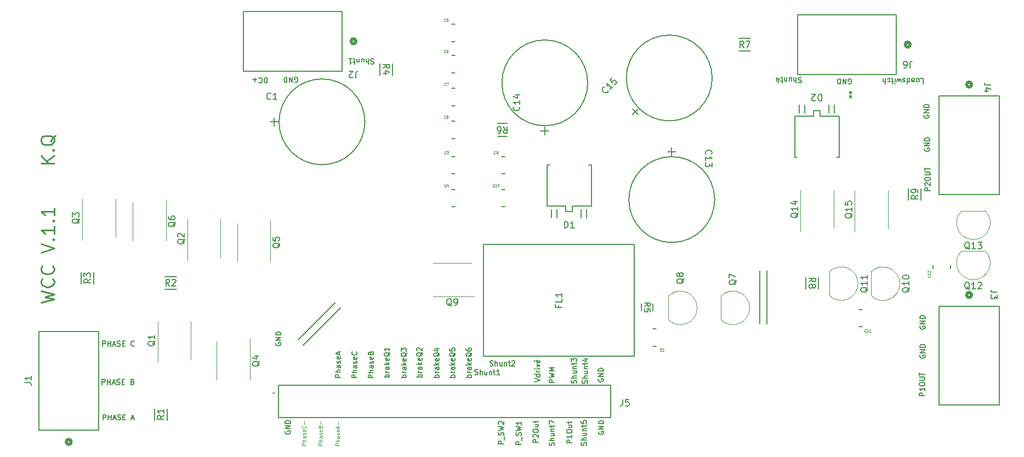
<source format=gbr>
%TF.GenerationSoftware,KiCad,Pcbnew,(6.0.10)*%
%TF.CreationDate,2024-01-08T08:39:50-08:00*%
%TF.ProjectId,windchargecontroller,77696e64-6368-4617-9267-65636f6e7472,rev?*%
%TF.SameCoordinates,Original*%
%TF.FileFunction,Legend,Top*%
%TF.FilePolarity,Positive*%
%FSLAX46Y46*%
G04 Gerber Fmt 4.6, Leading zero omitted, Abs format (unit mm)*
G04 Created by KiCad (PCBNEW (6.0.10)) date 2024-01-08 08:39:50*
%MOMM*%
%LPD*%
G01*
G04 APERTURE LIST*
%ADD10C,0.150000*%
%ADD11C,0.120000*%
%ADD12C,0.250000*%
%ADD13C,0.098425*%
%ADD14C,0.140000*%
%ADD15C,0.152400*%
%ADD16C,0.127000*%
%ADD17C,0.508000*%
%ADD18C,0.200000*%
G04 APERTURE END LIST*
D10*
X110781961Y-44748495D02*
X110781961Y-45548495D01*
X110591485Y-45548495D01*
X110477200Y-45510400D01*
X110401009Y-45434209D01*
X110362914Y-45358019D01*
X110324819Y-45205638D01*
X110324819Y-45091352D01*
X110362914Y-44938971D01*
X110401009Y-44862780D01*
X110477200Y-44786590D01*
X110591485Y-44748495D01*
X110781961Y-44748495D01*
X109524819Y-44824685D02*
X109562914Y-44786590D01*
X109677200Y-44748495D01*
X109753390Y-44748495D01*
X109867676Y-44786590D01*
X109943866Y-44862780D01*
X109981961Y-44938971D01*
X110020057Y-45091352D01*
X110020057Y-45205638D01*
X109981961Y-45358019D01*
X109943866Y-45434209D01*
X109867676Y-45510400D01*
X109753390Y-45548495D01*
X109677200Y-45548495D01*
X109562914Y-45510400D01*
X109524819Y-45472304D01*
X109181961Y-45053257D02*
X108572438Y-45053257D01*
X108877200Y-44748495D02*
X108877200Y-45358019D01*
X85420495Y-97593104D02*
X85420495Y-96793104D01*
X85725257Y-96793104D01*
X85801447Y-96831200D01*
X85839542Y-96869295D01*
X85877638Y-96945485D01*
X85877638Y-97059771D01*
X85839542Y-97135961D01*
X85801447Y-97174057D01*
X85725257Y-97212152D01*
X85420495Y-97212152D01*
X86220495Y-97593104D02*
X86220495Y-96793104D01*
X86220495Y-97174057D02*
X86677638Y-97174057D01*
X86677638Y-97593104D02*
X86677638Y-96793104D01*
X87020495Y-97364533D02*
X87401447Y-97364533D01*
X86944304Y-97593104D02*
X87210971Y-96793104D01*
X87477638Y-97593104D01*
X87706209Y-97555009D02*
X87820495Y-97593104D01*
X88010971Y-97593104D01*
X88087161Y-97555009D01*
X88125257Y-97516914D01*
X88163352Y-97440723D01*
X88163352Y-97364533D01*
X88125257Y-97288342D01*
X88087161Y-97250247D01*
X88010971Y-97212152D01*
X87858590Y-97174057D01*
X87782400Y-97135961D01*
X87744304Y-97097866D01*
X87706209Y-97021676D01*
X87706209Y-96945485D01*
X87744304Y-96869295D01*
X87782400Y-96831200D01*
X87858590Y-96793104D01*
X88049066Y-96793104D01*
X88163352Y-96831200D01*
X88506209Y-97174057D02*
X88772876Y-97174057D01*
X88887161Y-97593104D02*
X88506209Y-97593104D01*
X88506209Y-96793104D01*
X88887161Y-96793104D01*
X89801447Y-97364533D02*
X90182400Y-97364533D01*
X89725257Y-97593104D02*
X89991923Y-96793104D01*
X90258590Y-97593104D01*
X161956800Y-91287523D02*
X161918704Y-91363714D01*
X161918704Y-91478000D01*
X161956800Y-91592285D01*
X162032990Y-91668476D01*
X162109180Y-91706571D01*
X162261561Y-91744666D01*
X162375847Y-91744666D01*
X162528228Y-91706571D01*
X162604419Y-91668476D01*
X162680609Y-91592285D01*
X162718704Y-91478000D01*
X162718704Y-91401809D01*
X162680609Y-91287523D01*
X162642514Y-91249428D01*
X162375847Y-91249428D01*
X162375847Y-91401809D01*
X162718704Y-90906571D02*
X161918704Y-90906571D01*
X162718704Y-90449428D01*
X161918704Y-90449428D01*
X162718704Y-90068476D02*
X161918704Y-90068476D01*
X161918704Y-89878000D01*
X161956800Y-89763714D01*
X162032990Y-89687523D01*
X162109180Y-89649428D01*
X162261561Y-89611333D01*
X162375847Y-89611333D01*
X162528228Y-89649428D01*
X162604419Y-89687523D01*
X162680609Y-89763714D01*
X162718704Y-89878000D01*
X162718704Y-90068476D01*
X155149504Y-91801809D02*
X154349504Y-91801809D01*
X154349504Y-91497047D01*
X154387600Y-91420857D01*
X154425695Y-91382761D01*
X154501885Y-91344666D01*
X154616171Y-91344666D01*
X154692361Y-91382761D01*
X154730457Y-91420857D01*
X154768552Y-91497047D01*
X154768552Y-91801809D01*
X154349504Y-91078000D02*
X155149504Y-90887523D01*
X154578076Y-90735142D01*
X155149504Y-90582761D01*
X154349504Y-90392285D01*
X155149504Y-90087523D02*
X154349504Y-90087523D01*
X154920933Y-89820857D01*
X154349504Y-89554190D01*
X155149504Y-89554190D01*
D11*
X121962828Y-101574371D02*
X121362828Y-101574371D01*
X121362828Y-101345800D01*
X121391400Y-101288657D01*
X121419971Y-101260085D01*
X121477114Y-101231514D01*
X121562828Y-101231514D01*
X121619971Y-101260085D01*
X121648542Y-101288657D01*
X121677114Y-101345800D01*
X121677114Y-101574371D01*
X121962828Y-100974371D02*
X121362828Y-100974371D01*
X121962828Y-100717228D02*
X121648542Y-100717228D01*
X121591400Y-100745800D01*
X121562828Y-100802942D01*
X121562828Y-100888657D01*
X121591400Y-100945800D01*
X121619971Y-100974371D01*
X121962828Y-100174371D02*
X121648542Y-100174371D01*
X121591400Y-100202942D01*
X121562828Y-100260085D01*
X121562828Y-100374371D01*
X121591400Y-100431514D01*
X121934257Y-100174371D02*
X121962828Y-100231514D01*
X121962828Y-100374371D01*
X121934257Y-100431514D01*
X121877114Y-100460085D01*
X121819971Y-100460085D01*
X121762828Y-100431514D01*
X121734257Y-100374371D01*
X121734257Y-100231514D01*
X121705685Y-100174371D01*
X121934257Y-99917228D02*
X121962828Y-99860085D01*
X121962828Y-99745800D01*
X121934257Y-99688657D01*
X121877114Y-99660085D01*
X121848542Y-99660085D01*
X121791400Y-99688657D01*
X121762828Y-99745800D01*
X121762828Y-99831514D01*
X121734257Y-99888657D01*
X121677114Y-99917228D01*
X121648542Y-99917228D01*
X121591400Y-99888657D01*
X121562828Y-99831514D01*
X121562828Y-99745800D01*
X121591400Y-99688657D01*
X121934257Y-99174371D02*
X121962828Y-99231514D01*
X121962828Y-99345800D01*
X121934257Y-99402942D01*
X121877114Y-99431514D01*
X121648542Y-99431514D01*
X121591400Y-99402942D01*
X121562828Y-99345800D01*
X121562828Y-99231514D01*
X121591400Y-99174371D01*
X121648542Y-99145800D01*
X121705685Y-99145800D01*
X121762828Y-99431514D01*
X121791400Y-98917228D02*
X121791400Y-98631514D01*
X121962828Y-98974371D02*
X121362828Y-98774371D01*
X121962828Y-98574371D01*
X121734257Y-98374371D02*
X121734257Y-97917228D01*
D10*
X200558323Y-45662800D02*
X200634514Y-45700895D01*
X200748800Y-45700895D01*
X200863085Y-45662800D01*
X200939276Y-45586609D01*
X200977371Y-45510419D01*
X201015466Y-45358038D01*
X201015466Y-45243752D01*
X200977371Y-45091371D01*
X200939276Y-45015180D01*
X200863085Y-44938990D01*
X200748800Y-44900895D01*
X200672609Y-44900895D01*
X200558323Y-44938990D01*
X200520228Y-44977085D01*
X200520228Y-45243752D01*
X200672609Y-45243752D01*
X200177371Y-44900895D02*
X200177371Y-45700895D01*
X199720228Y-44900895D01*
X199720228Y-45700895D01*
X199339276Y-44900895D02*
X199339276Y-45700895D01*
X199148800Y-45700895D01*
X199034514Y-45662800D01*
X198958323Y-45586609D01*
X198920228Y-45510419D01*
X198882133Y-45358038D01*
X198882133Y-45243752D01*
X198920228Y-45091371D01*
X198958323Y-45015180D01*
X199034514Y-44938990D01*
X199148800Y-44900895D01*
X199339276Y-44900895D01*
X160039009Y-101542609D02*
X160077104Y-101428323D01*
X160077104Y-101237847D01*
X160039009Y-101161657D01*
X160000914Y-101123561D01*
X159924723Y-101085466D01*
X159848533Y-101085466D01*
X159772342Y-101123561D01*
X159734247Y-101161657D01*
X159696152Y-101237847D01*
X159658057Y-101390228D01*
X159619961Y-101466419D01*
X159581866Y-101504514D01*
X159505676Y-101542609D01*
X159429485Y-101542609D01*
X159353295Y-101504514D01*
X159315200Y-101466419D01*
X159277104Y-101390228D01*
X159277104Y-101199752D01*
X159315200Y-101085466D01*
X160077104Y-100742609D02*
X159277104Y-100742609D01*
X160077104Y-100399752D02*
X159658057Y-100399752D01*
X159581866Y-100437847D01*
X159543771Y-100514038D01*
X159543771Y-100628323D01*
X159581866Y-100704514D01*
X159619961Y-100742609D01*
X159543771Y-99675942D02*
X160077104Y-99675942D01*
X159543771Y-100018800D02*
X159962819Y-100018800D01*
X160039009Y-99980704D01*
X160077104Y-99904514D01*
X160077104Y-99790228D01*
X160039009Y-99714038D01*
X160000914Y-99675942D01*
X159543771Y-99294990D02*
X160077104Y-99294990D01*
X159619961Y-99294990D02*
X159581866Y-99256895D01*
X159543771Y-99180704D01*
X159543771Y-99066419D01*
X159581866Y-98990228D01*
X159658057Y-98952133D01*
X160077104Y-98952133D01*
X159543771Y-98685466D02*
X159543771Y-98380704D01*
X159277104Y-98571180D02*
X159962819Y-98571180D01*
X160039009Y-98533085D01*
X160077104Y-98456895D01*
X160077104Y-98380704D01*
X159277104Y-97733085D02*
X159277104Y-98114038D01*
X159658057Y-98152133D01*
X159619961Y-98114038D01*
X159581866Y-98037847D01*
X159581866Y-97847371D01*
X159619961Y-97771180D01*
X159658057Y-97733085D01*
X159734247Y-97694990D01*
X159924723Y-97694990D01*
X160000914Y-97733085D01*
X160039009Y-97771180D01*
X160077104Y-97847371D01*
X160077104Y-98037847D01*
X160039009Y-98114038D01*
X160000914Y-98152133D01*
X142856190Y-90595409D02*
X142970476Y-90633504D01*
X143160952Y-90633504D01*
X143237142Y-90595409D01*
X143275238Y-90557314D01*
X143313333Y-90481123D01*
X143313333Y-90404933D01*
X143275238Y-90328742D01*
X143237142Y-90290647D01*
X143160952Y-90252552D01*
X143008571Y-90214457D01*
X142932380Y-90176361D01*
X142894285Y-90138266D01*
X142856190Y-90062076D01*
X142856190Y-89985885D01*
X142894285Y-89909695D01*
X142932380Y-89871600D01*
X143008571Y-89833504D01*
X143199047Y-89833504D01*
X143313333Y-89871600D01*
X143656190Y-90633504D02*
X143656190Y-89833504D01*
X143999047Y-90633504D02*
X143999047Y-90214457D01*
X143960952Y-90138266D01*
X143884761Y-90100171D01*
X143770476Y-90100171D01*
X143694285Y-90138266D01*
X143656190Y-90176361D01*
X144722857Y-90100171D02*
X144722857Y-90633504D01*
X144380000Y-90100171D02*
X144380000Y-90519219D01*
X144418095Y-90595409D01*
X144494285Y-90633504D01*
X144608571Y-90633504D01*
X144684761Y-90595409D01*
X144722857Y-90557314D01*
X145103809Y-90100171D02*
X145103809Y-90633504D01*
X145103809Y-90176361D02*
X145141904Y-90138266D01*
X145218095Y-90100171D01*
X145332380Y-90100171D01*
X145408571Y-90138266D01*
X145446666Y-90214457D01*
X145446666Y-90633504D01*
X145713333Y-90100171D02*
X146018095Y-90100171D01*
X145827619Y-89833504D02*
X145827619Y-90519219D01*
X145865714Y-90595409D01*
X145941904Y-90633504D01*
X146018095Y-90633504D01*
X146703809Y-90633504D02*
X146246666Y-90633504D01*
X146475238Y-90633504D02*
X146475238Y-89833504D01*
X146399047Y-89947790D01*
X146322857Y-90023980D01*
X146246666Y-90062076D01*
X115061923Y-45408800D02*
X115138114Y-45446895D01*
X115252400Y-45446895D01*
X115366685Y-45408800D01*
X115442876Y-45332609D01*
X115480971Y-45256419D01*
X115519066Y-45104038D01*
X115519066Y-44989752D01*
X115480971Y-44837371D01*
X115442876Y-44761180D01*
X115366685Y-44684990D01*
X115252400Y-44646895D01*
X115176209Y-44646895D01*
X115061923Y-44684990D01*
X115023828Y-44723085D01*
X115023828Y-44989752D01*
X115176209Y-44989752D01*
X114680971Y-44646895D02*
X114680971Y-45446895D01*
X114223828Y-44646895D01*
X114223828Y-45446895D01*
X113842876Y-44646895D02*
X113842876Y-45446895D01*
X113652400Y-45446895D01*
X113538114Y-45408800D01*
X113461923Y-45332609D01*
X113423828Y-45256419D01*
X113385733Y-45104038D01*
X113385733Y-44989752D01*
X113423828Y-44837371D01*
X113461923Y-44761180D01*
X113538114Y-44684990D01*
X113652400Y-44646895D01*
X113842876Y-44646895D01*
X147326304Y-101352133D02*
X146526304Y-101352133D01*
X146526304Y-101047371D01*
X146564400Y-100971180D01*
X146602495Y-100933085D01*
X146678685Y-100894990D01*
X146792971Y-100894990D01*
X146869161Y-100933085D01*
X146907257Y-100971180D01*
X146945352Y-101047371D01*
X146945352Y-101352133D01*
X147402495Y-100742609D02*
X147402495Y-100133085D01*
X147288209Y-99980704D02*
X147326304Y-99866419D01*
X147326304Y-99675942D01*
X147288209Y-99599752D01*
X147250114Y-99561657D01*
X147173923Y-99523561D01*
X147097733Y-99523561D01*
X147021542Y-99561657D01*
X146983447Y-99599752D01*
X146945352Y-99675942D01*
X146907257Y-99828323D01*
X146869161Y-99904514D01*
X146831066Y-99942609D01*
X146754876Y-99980704D01*
X146678685Y-99980704D01*
X146602495Y-99942609D01*
X146564400Y-99904514D01*
X146526304Y-99828323D01*
X146526304Y-99637847D01*
X146564400Y-99523561D01*
X146526304Y-99256895D02*
X147326304Y-99066419D01*
X146754876Y-98914038D01*
X147326304Y-98761657D01*
X146526304Y-98571180D01*
X146602495Y-98304514D02*
X146564400Y-98266419D01*
X146526304Y-98190228D01*
X146526304Y-97999752D01*
X146564400Y-97923561D01*
X146602495Y-97885466D01*
X146678685Y-97847371D01*
X146754876Y-97847371D01*
X146869161Y-97885466D01*
X147326304Y-98342609D01*
X147326304Y-97847371D01*
X193287409Y-44735790D02*
X193173123Y-44697695D01*
X192982647Y-44697695D01*
X192906457Y-44735790D01*
X192868361Y-44773885D01*
X192830266Y-44850076D01*
X192830266Y-44926266D01*
X192868361Y-45002457D01*
X192906457Y-45040552D01*
X192982647Y-45078647D01*
X193135028Y-45116742D01*
X193211219Y-45154838D01*
X193249314Y-45192933D01*
X193287409Y-45269123D01*
X193287409Y-45345314D01*
X193249314Y-45421504D01*
X193211219Y-45459600D01*
X193135028Y-45497695D01*
X192944552Y-45497695D01*
X192830266Y-45459600D01*
X192487409Y-44697695D02*
X192487409Y-45497695D01*
X192144552Y-44697695D02*
X192144552Y-45116742D01*
X192182647Y-45192933D01*
X192258838Y-45231028D01*
X192373123Y-45231028D01*
X192449314Y-45192933D01*
X192487409Y-45154838D01*
X191420742Y-45231028D02*
X191420742Y-44697695D01*
X191763600Y-45231028D02*
X191763600Y-44811980D01*
X191725504Y-44735790D01*
X191649314Y-44697695D01*
X191535028Y-44697695D01*
X191458838Y-44735790D01*
X191420742Y-44773885D01*
X191039790Y-45231028D02*
X191039790Y-44697695D01*
X191039790Y-45154838D02*
X191001695Y-45192933D01*
X190925504Y-45231028D01*
X190811219Y-45231028D01*
X190735028Y-45192933D01*
X190696933Y-45116742D01*
X190696933Y-44697695D01*
X190430266Y-45231028D02*
X190125504Y-45231028D01*
X190315980Y-45497695D02*
X190315980Y-44811980D01*
X190277885Y-44735790D01*
X190201695Y-44697695D01*
X190125504Y-44697695D01*
X189515980Y-45231028D02*
X189515980Y-44697695D01*
X189706457Y-45535790D02*
X189896933Y-44964361D01*
X189401695Y-44964361D01*
X145192990Y-89223809D02*
X145307276Y-89261904D01*
X145497752Y-89261904D01*
X145573942Y-89223809D01*
X145612038Y-89185714D01*
X145650133Y-89109523D01*
X145650133Y-89033333D01*
X145612038Y-88957142D01*
X145573942Y-88919047D01*
X145497752Y-88880952D01*
X145345371Y-88842857D01*
X145269180Y-88804761D01*
X145231085Y-88766666D01*
X145192990Y-88690476D01*
X145192990Y-88614285D01*
X145231085Y-88538095D01*
X145269180Y-88500000D01*
X145345371Y-88461904D01*
X145535847Y-88461904D01*
X145650133Y-88500000D01*
X145992990Y-89261904D02*
X145992990Y-88461904D01*
X146335847Y-89261904D02*
X146335847Y-88842857D01*
X146297752Y-88766666D01*
X146221561Y-88728571D01*
X146107276Y-88728571D01*
X146031085Y-88766666D01*
X145992990Y-88804761D01*
X147059657Y-88728571D02*
X147059657Y-89261904D01*
X146716800Y-88728571D02*
X146716800Y-89147619D01*
X146754895Y-89223809D01*
X146831085Y-89261904D01*
X146945371Y-89261904D01*
X147021561Y-89223809D01*
X147059657Y-89185714D01*
X147440609Y-88728571D02*
X147440609Y-89261904D01*
X147440609Y-88804761D02*
X147478704Y-88766666D01*
X147554895Y-88728571D01*
X147669180Y-88728571D01*
X147745371Y-88766666D01*
X147783466Y-88842857D01*
X147783466Y-89261904D01*
X148050133Y-88728571D02*
X148354895Y-88728571D01*
X148164419Y-88461904D02*
X148164419Y-89147619D01*
X148202514Y-89223809D01*
X148278704Y-89261904D01*
X148354895Y-89261904D01*
X148583466Y-88538095D02*
X148621561Y-88500000D01*
X148697752Y-88461904D01*
X148888228Y-88461904D01*
X148964419Y-88500000D01*
X149002514Y-88538095D01*
X149040609Y-88614285D01*
X149040609Y-88690476D01*
X149002514Y-88804761D01*
X148545371Y-89261904D01*
X149040609Y-89261904D01*
X139757104Y-91046019D02*
X138957104Y-91046019D01*
X139261866Y-91046019D02*
X139223771Y-90969828D01*
X139223771Y-90817447D01*
X139261866Y-90741257D01*
X139299961Y-90703161D01*
X139376152Y-90665066D01*
X139604723Y-90665066D01*
X139680914Y-90703161D01*
X139719009Y-90741257D01*
X139757104Y-90817447D01*
X139757104Y-90969828D01*
X139719009Y-91046019D01*
X139757104Y-90322209D02*
X139223771Y-90322209D01*
X139376152Y-90322209D02*
X139299961Y-90284114D01*
X139261866Y-90246019D01*
X139223771Y-90169828D01*
X139223771Y-90093638D01*
X139757104Y-89484114D02*
X139338057Y-89484114D01*
X139261866Y-89522209D01*
X139223771Y-89598400D01*
X139223771Y-89750780D01*
X139261866Y-89826971D01*
X139719009Y-89484114D02*
X139757104Y-89560304D01*
X139757104Y-89750780D01*
X139719009Y-89826971D01*
X139642819Y-89865066D01*
X139566628Y-89865066D01*
X139490438Y-89826971D01*
X139452342Y-89750780D01*
X139452342Y-89560304D01*
X139414247Y-89484114D01*
X139757104Y-89103161D02*
X138957104Y-89103161D01*
X139452342Y-89026971D02*
X139757104Y-88798400D01*
X139223771Y-88798400D02*
X139528533Y-89103161D01*
X139719009Y-88150780D02*
X139757104Y-88226971D01*
X139757104Y-88379352D01*
X139719009Y-88455542D01*
X139642819Y-88493638D01*
X139338057Y-88493638D01*
X139261866Y-88455542D01*
X139223771Y-88379352D01*
X139223771Y-88226971D01*
X139261866Y-88150780D01*
X139338057Y-88112685D01*
X139414247Y-88112685D01*
X139490438Y-88493638D01*
X139833295Y-87236495D02*
X139795200Y-87312685D01*
X139719009Y-87388876D01*
X139604723Y-87503161D01*
X139566628Y-87579352D01*
X139566628Y-87655542D01*
X139757104Y-87617447D02*
X139719009Y-87693638D01*
X139642819Y-87769828D01*
X139490438Y-87807923D01*
X139223771Y-87807923D01*
X139071390Y-87769828D01*
X138995200Y-87693638D01*
X138957104Y-87617447D01*
X138957104Y-87465066D01*
X138995200Y-87388876D01*
X139071390Y-87312685D01*
X139223771Y-87274590D01*
X139490438Y-87274590D01*
X139642819Y-87312685D01*
X139719009Y-87388876D01*
X139757104Y-87465066D01*
X139757104Y-87617447D01*
X138957104Y-86550780D02*
X138957104Y-86931733D01*
X139338057Y-86969828D01*
X139299961Y-86931733D01*
X139261866Y-86855542D01*
X139261866Y-86665066D01*
X139299961Y-86588876D01*
X139338057Y-86550780D01*
X139414247Y-86512685D01*
X139604723Y-86512685D01*
X139680914Y-86550780D01*
X139719009Y-86588876D01*
X139757104Y-86665066D01*
X139757104Y-86855542D01*
X139719009Y-86931733D01*
X139680914Y-86969828D01*
X152114304Y-91731885D02*
X152914304Y-91465219D01*
X152114304Y-91198552D01*
X152914304Y-90589028D02*
X152114304Y-90589028D01*
X152876209Y-90589028D02*
X152914304Y-90665219D01*
X152914304Y-90817600D01*
X152876209Y-90893790D01*
X152838114Y-90931885D01*
X152761923Y-90969980D01*
X152533352Y-90969980D01*
X152457161Y-90931885D01*
X152419066Y-90893790D01*
X152380971Y-90817600D01*
X152380971Y-90665219D01*
X152419066Y-90589028D01*
X152914304Y-90208076D02*
X152380971Y-90208076D01*
X152533352Y-90208076D02*
X152457161Y-90169980D01*
X152419066Y-90131885D01*
X152380971Y-90055695D01*
X152380971Y-89979504D01*
X152914304Y-89712838D02*
X152380971Y-89712838D01*
X152114304Y-89712838D02*
X152152400Y-89750933D01*
X152190495Y-89712838D01*
X152152400Y-89674742D01*
X152114304Y-89712838D01*
X152190495Y-89712838D01*
X152380971Y-89408076D02*
X152914304Y-89217600D01*
X152380971Y-89027123D01*
X152876209Y-88417600D02*
X152914304Y-88493790D01*
X152914304Y-88646171D01*
X152876209Y-88722361D01*
X152800019Y-88760457D01*
X152495257Y-88760457D01*
X152419066Y-88722361D01*
X152380971Y-88646171D01*
X152380971Y-88493790D01*
X152419066Y-88417600D01*
X152495257Y-88379504D01*
X152571447Y-88379504D01*
X152647638Y-88760457D01*
X213163104Y-62185333D02*
X212363104Y-62185333D01*
X212363104Y-61880571D01*
X212401200Y-61804380D01*
X212439295Y-61766285D01*
X212515485Y-61728190D01*
X212629771Y-61728190D01*
X212705961Y-61766285D01*
X212744057Y-61804380D01*
X212782152Y-61880571D01*
X212782152Y-62185333D01*
X212439295Y-61423428D02*
X212401200Y-61385333D01*
X212363104Y-61309142D01*
X212363104Y-61118666D01*
X212401200Y-61042476D01*
X212439295Y-61004380D01*
X212515485Y-60966285D01*
X212591676Y-60966285D01*
X212705961Y-61004380D01*
X213163104Y-61461523D01*
X213163104Y-60966285D01*
X212363104Y-60471047D02*
X212363104Y-60318666D01*
X212401200Y-60242476D01*
X212477390Y-60166285D01*
X212629771Y-60128190D01*
X212896438Y-60128190D01*
X213048819Y-60166285D01*
X213125009Y-60242476D01*
X213163104Y-60318666D01*
X213163104Y-60471047D01*
X213125009Y-60547238D01*
X213048819Y-60623428D01*
X212896438Y-60661523D01*
X212629771Y-60661523D01*
X212477390Y-60623428D01*
X212401200Y-60547238D01*
X212363104Y-60471047D01*
X212363104Y-59785333D02*
X213010723Y-59785333D01*
X213086914Y-59747238D01*
X213125009Y-59709142D01*
X213163104Y-59632952D01*
X213163104Y-59480571D01*
X213125009Y-59404380D01*
X213086914Y-59366285D01*
X213010723Y-59328190D01*
X212363104Y-59328190D01*
X212363104Y-59061523D02*
X212363104Y-58604380D01*
X213163104Y-58832952D02*
X212363104Y-58832952D01*
X211639200Y-83159523D02*
X211601104Y-83235714D01*
X211601104Y-83350000D01*
X211639200Y-83464285D01*
X211715390Y-83540476D01*
X211791580Y-83578571D01*
X211943961Y-83616666D01*
X212058247Y-83616666D01*
X212210628Y-83578571D01*
X212286819Y-83540476D01*
X212363009Y-83464285D01*
X212401104Y-83350000D01*
X212401104Y-83273809D01*
X212363009Y-83159523D01*
X212324914Y-83121428D01*
X212058247Y-83121428D01*
X212058247Y-83273809D01*
X212401104Y-82778571D02*
X211601104Y-82778571D01*
X212401104Y-82321428D01*
X211601104Y-82321428D01*
X212401104Y-81940476D02*
X211601104Y-81940476D01*
X211601104Y-81750000D01*
X211639200Y-81635714D01*
X211715390Y-81559523D01*
X211791580Y-81521428D01*
X211943961Y-81483333D01*
X212058247Y-81483333D01*
X212210628Y-81521428D01*
X212286819Y-81559523D01*
X212363009Y-81635714D01*
X212401104Y-81750000D01*
X212401104Y-81940476D01*
X212248800Y-50545923D02*
X212210704Y-50622114D01*
X212210704Y-50736400D01*
X212248800Y-50850685D01*
X212324990Y-50926876D01*
X212401180Y-50964971D01*
X212553561Y-51003066D01*
X212667847Y-51003066D01*
X212820228Y-50964971D01*
X212896419Y-50926876D01*
X212972609Y-50850685D01*
X213010704Y-50736400D01*
X213010704Y-50660209D01*
X212972609Y-50545923D01*
X212934514Y-50507828D01*
X212667847Y-50507828D01*
X212667847Y-50660209D01*
X213010704Y-50164971D02*
X212210704Y-50164971D01*
X213010704Y-49707828D01*
X212210704Y-49707828D01*
X213010704Y-49326876D02*
X212210704Y-49326876D01*
X212210704Y-49136400D01*
X212248800Y-49022114D01*
X212324990Y-48945923D01*
X212401180Y-48907828D01*
X212553561Y-48869733D01*
X212667847Y-48869733D01*
X212820228Y-48907828D01*
X212896419Y-48945923D01*
X212972609Y-49022114D01*
X213010704Y-49136400D01*
X213010704Y-49326876D01*
D11*
X116755828Y-101541028D02*
X116155828Y-101541028D01*
X116155828Y-101312457D01*
X116184400Y-101255314D01*
X116212971Y-101226742D01*
X116270114Y-101198171D01*
X116355828Y-101198171D01*
X116412971Y-101226742D01*
X116441542Y-101255314D01*
X116470114Y-101312457D01*
X116470114Y-101541028D01*
X116755828Y-100941028D02*
X116155828Y-100941028D01*
X116755828Y-100683885D02*
X116441542Y-100683885D01*
X116384400Y-100712457D01*
X116355828Y-100769600D01*
X116355828Y-100855314D01*
X116384400Y-100912457D01*
X116412971Y-100941028D01*
X116755828Y-100141028D02*
X116441542Y-100141028D01*
X116384400Y-100169600D01*
X116355828Y-100226742D01*
X116355828Y-100341028D01*
X116384400Y-100398171D01*
X116727257Y-100141028D02*
X116755828Y-100198171D01*
X116755828Y-100341028D01*
X116727257Y-100398171D01*
X116670114Y-100426742D01*
X116612971Y-100426742D01*
X116555828Y-100398171D01*
X116527257Y-100341028D01*
X116527257Y-100198171D01*
X116498685Y-100141028D01*
X116727257Y-99883885D02*
X116755828Y-99826742D01*
X116755828Y-99712457D01*
X116727257Y-99655314D01*
X116670114Y-99626742D01*
X116641542Y-99626742D01*
X116584400Y-99655314D01*
X116555828Y-99712457D01*
X116555828Y-99798171D01*
X116527257Y-99855314D01*
X116470114Y-99883885D01*
X116441542Y-99883885D01*
X116384400Y-99855314D01*
X116355828Y-99798171D01*
X116355828Y-99712457D01*
X116384400Y-99655314D01*
X116727257Y-99141028D02*
X116755828Y-99198171D01*
X116755828Y-99312457D01*
X116727257Y-99369600D01*
X116670114Y-99398171D01*
X116441542Y-99398171D01*
X116384400Y-99369600D01*
X116355828Y-99312457D01*
X116355828Y-99198171D01*
X116384400Y-99141028D01*
X116441542Y-99112457D01*
X116498685Y-99112457D01*
X116555828Y-99398171D01*
X116698685Y-98512457D02*
X116727257Y-98541028D01*
X116755828Y-98626742D01*
X116755828Y-98683885D01*
X116727257Y-98769600D01*
X116670114Y-98826742D01*
X116612971Y-98855314D01*
X116498685Y-98883885D01*
X116412971Y-98883885D01*
X116298685Y-98855314D01*
X116241542Y-98826742D01*
X116184400Y-98769600D01*
X116155828Y-98683885D01*
X116155828Y-98626742D01*
X116184400Y-98541028D01*
X116212971Y-98512457D01*
X116527257Y-98255314D02*
X116527257Y-97798171D01*
D10*
X132289504Y-91046019D02*
X131489504Y-91046019D01*
X131794266Y-91046019D02*
X131756171Y-90969828D01*
X131756171Y-90817447D01*
X131794266Y-90741257D01*
X131832361Y-90703161D01*
X131908552Y-90665066D01*
X132137123Y-90665066D01*
X132213314Y-90703161D01*
X132251409Y-90741257D01*
X132289504Y-90817447D01*
X132289504Y-90969828D01*
X132251409Y-91046019D01*
X132289504Y-90322209D02*
X131756171Y-90322209D01*
X131908552Y-90322209D02*
X131832361Y-90284114D01*
X131794266Y-90246019D01*
X131756171Y-90169828D01*
X131756171Y-90093638D01*
X132289504Y-89484114D02*
X131870457Y-89484114D01*
X131794266Y-89522209D01*
X131756171Y-89598400D01*
X131756171Y-89750780D01*
X131794266Y-89826971D01*
X132251409Y-89484114D02*
X132289504Y-89560304D01*
X132289504Y-89750780D01*
X132251409Y-89826971D01*
X132175219Y-89865066D01*
X132099028Y-89865066D01*
X132022838Y-89826971D01*
X131984742Y-89750780D01*
X131984742Y-89560304D01*
X131946647Y-89484114D01*
X132289504Y-89103161D02*
X131489504Y-89103161D01*
X131984742Y-89026971D02*
X132289504Y-88798400D01*
X131756171Y-88798400D02*
X132060933Y-89103161D01*
X132251409Y-88150780D02*
X132289504Y-88226971D01*
X132289504Y-88379352D01*
X132251409Y-88455542D01*
X132175219Y-88493638D01*
X131870457Y-88493638D01*
X131794266Y-88455542D01*
X131756171Y-88379352D01*
X131756171Y-88226971D01*
X131794266Y-88150780D01*
X131870457Y-88112685D01*
X131946647Y-88112685D01*
X132022838Y-88493638D01*
X132365695Y-87236495D02*
X132327600Y-87312685D01*
X132251409Y-87388876D01*
X132137123Y-87503161D01*
X132099028Y-87579352D01*
X132099028Y-87655542D01*
X132289504Y-87617447D02*
X132251409Y-87693638D01*
X132175219Y-87769828D01*
X132022838Y-87807923D01*
X131756171Y-87807923D01*
X131603790Y-87769828D01*
X131527600Y-87693638D01*
X131489504Y-87617447D01*
X131489504Y-87465066D01*
X131527600Y-87388876D01*
X131603790Y-87312685D01*
X131756171Y-87274590D01*
X132022838Y-87274590D01*
X132175219Y-87312685D01*
X132251409Y-87388876D01*
X132289504Y-87465066D01*
X132289504Y-87617447D01*
X131489504Y-87007923D02*
X131489504Y-86512685D01*
X131794266Y-86779352D01*
X131794266Y-86665066D01*
X131832361Y-86588876D01*
X131870457Y-86550780D01*
X131946647Y-86512685D01*
X132137123Y-86512685D01*
X132213314Y-86550780D01*
X132251409Y-86588876D01*
X132289504Y-86665066D01*
X132289504Y-86893638D01*
X132251409Y-86969828D01*
X132213314Y-87007923D01*
X137318704Y-91046019D02*
X136518704Y-91046019D01*
X136823466Y-91046019D02*
X136785371Y-90969828D01*
X136785371Y-90817447D01*
X136823466Y-90741257D01*
X136861561Y-90703161D01*
X136937752Y-90665066D01*
X137166323Y-90665066D01*
X137242514Y-90703161D01*
X137280609Y-90741257D01*
X137318704Y-90817447D01*
X137318704Y-90969828D01*
X137280609Y-91046019D01*
X137318704Y-90322209D02*
X136785371Y-90322209D01*
X136937752Y-90322209D02*
X136861561Y-90284114D01*
X136823466Y-90246019D01*
X136785371Y-90169828D01*
X136785371Y-90093638D01*
X137318704Y-89484114D02*
X136899657Y-89484114D01*
X136823466Y-89522209D01*
X136785371Y-89598400D01*
X136785371Y-89750780D01*
X136823466Y-89826971D01*
X137280609Y-89484114D02*
X137318704Y-89560304D01*
X137318704Y-89750780D01*
X137280609Y-89826971D01*
X137204419Y-89865066D01*
X137128228Y-89865066D01*
X137052038Y-89826971D01*
X137013942Y-89750780D01*
X137013942Y-89560304D01*
X136975847Y-89484114D01*
X137318704Y-89103161D02*
X136518704Y-89103161D01*
X137013942Y-89026971D02*
X137318704Y-88798400D01*
X136785371Y-88798400D02*
X137090133Y-89103161D01*
X137280609Y-88150780D02*
X137318704Y-88226971D01*
X137318704Y-88379352D01*
X137280609Y-88455542D01*
X137204419Y-88493638D01*
X136899657Y-88493638D01*
X136823466Y-88455542D01*
X136785371Y-88379352D01*
X136785371Y-88226971D01*
X136823466Y-88150780D01*
X136899657Y-88112685D01*
X136975847Y-88112685D01*
X137052038Y-88493638D01*
X137394895Y-87236495D02*
X137356800Y-87312685D01*
X137280609Y-87388876D01*
X137166323Y-87503161D01*
X137128228Y-87579352D01*
X137128228Y-87655542D01*
X137318704Y-87617447D02*
X137280609Y-87693638D01*
X137204419Y-87769828D01*
X137052038Y-87807923D01*
X136785371Y-87807923D01*
X136632990Y-87769828D01*
X136556800Y-87693638D01*
X136518704Y-87617447D01*
X136518704Y-87465066D01*
X136556800Y-87388876D01*
X136632990Y-87312685D01*
X136785371Y-87274590D01*
X137052038Y-87274590D01*
X137204419Y-87312685D01*
X137280609Y-87388876D01*
X137318704Y-87465066D01*
X137318704Y-87617447D01*
X136785371Y-86588876D02*
X137318704Y-86588876D01*
X136480609Y-86779352D02*
X137052038Y-86969828D01*
X137052038Y-86474590D01*
X157841904Y-101168000D02*
X157041904Y-101168000D01*
X157041904Y-100863238D01*
X157080000Y-100787047D01*
X157118095Y-100748952D01*
X157194285Y-100710857D01*
X157308571Y-100710857D01*
X157384761Y-100748952D01*
X157422857Y-100787047D01*
X157460952Y-100863238D01*
X157460952Y-101168000D01*
X157841904Y-99948952D02*
X157841904Y-100406095D01*
X157841904Y-100177523D02*
X157041904Y-100177523D01*
X157156190Y-100253714D01*
X157232380Y-100329904D01*
X157270476Y-100406095D01*
X157041904Y-99453714D02*
X157041904Y-99301333D01*
X157080000Y-99225142D01*
X157156190Y-99148952D01*
X157308571Y-99110857D01*
X157575238Y-99110857D01*
X157727619Y-99148952D01*
X157803809Y-99225142D01*
X157841904Y-99301333D01*
X157841904Y-99453714D01*
X157803809Y-99529904D01*
X157727619Y-99606095D01*
X157575238Y-99644190D01*
X157308571Y-99644190D01*
X157156190Y-99606095D01*
X157080000Y-99529904D01*
X157041904Y-99453714D01*
X157308571Y-98425142D02*
X157841904Y-98425142D01*
X157308571Y-98768000D02*
X157727619Y-98768000D01*
X157803809Y-98729904D01*
X157841904Y-98653714D01*
X157841904Y-98539428D01*
X157803809Y-98463238D01*
X157765714Y-98425142D01*
X157308571Y-98158476D02*
X157308571Y-97853714D01*
X157041904Y-98044190D02*
X157727619Y-98044190D01*
X157803809Y-98006095D01*
X157841904Y-97929904D01*
X157841904Y-97853714D01*
X160242209Y-91966809D02*
X160280304Y-91852523D01*
X160280304Y-91662047D01*
X160242209Y-91585857D01*
X160204114Y-91547761D01*
X160127923Y-91509666D01*
X160051733Y-91509666D01*
X159975542Y-91547761D01*
X159937447Y-91585857D01*
X159899352Y-91662047D01*
X159861257Y-91814428D01*
X159823161Y-91890619D01*
X159785066Y-91928714D01*
X159708876Y-91966809D01*
X159632685Y-91966809D01*
X159556495Y-91928714D01*
X159518400Y-91890619D01*
X159480304Y-91814428D01*
X159480304Y-91623952D01*
X159518400Y-91509666D01*
X160280304Y-91166809D02*
X159480304Y-91166809D01*
X160280304Y-90823952D02*
X159861257Y-90823952D01*
X159785066Y-90862047D01*
X159746971Y-90938238D01*
X159746971Y-91052523D01*
X159785066Y-91128714D01*
X159823161Y-91166809D01*
X159746971Y-90100142D02*
X160280304Y-90100142D01*
X159746971Y-90443000D02*
X160166019Y-90443000D01*
X160242209Y-90404904D01*
X160280304Y-90328714D01*
X160280304Y-90214428D01*
X160242209Y-90138238D01*
X160204114Y-90100142D01*
X159746971Y-89719190D02*
X160280304Y-89719190D01*
X159823161Y-89719190D02*
X159785066Y-89681095D01*
X159746971Y-89604904D01*
X159746971Y-89490619D01*
X159785066Y-89414428D01*
X159861257Y-89376333D01*
X160280304Y-89376333D01*
X159746971Y-89109666D02*
X159746971Y-88804904D01*
X159480304Y-88995380D02*
X160166019Y-88995380D01*
X160242209Y-88957285D01*
X160280304Y-88881095D01*
X160280304Y-88804904D01*
X159746971Y-88195380D02*
X160280304Y-88195380D01*
X159442209Y-88385857D02*
X160013638Y-88576333D01*
X160013638Y-88081095D01*
X142297104Y-91046019D02*
X141497104Y-91046019D01*
X141801866Y-91046019D02*
X141763771Y-90969828D01*
X141763771Y-90817447D01*
X141801866Y-90741257D01*
X141839961Y-90703161D01*
X141916152Y-90665066D01*
X142144723Y-90665066D01*
X142220914Y-90703161D01*
X142259009Y-90741257D01*
X142297104Y-90817447D01*
X142297104Y-90969828D01*
X142259009Y-91046019D01*
X142297104Y-90322209D02*
X141763771Y-90322209D01*
X141916152Y-90322209D02*
X141839961Y-90284114D01*
X141801866Y-90246019D01*
X141763771Y-90169828D01*
X141763771Y-90093638D01*
X142297104Y-89484114D02*
X141878057Y-89484114D01*
X141801866Y-89522209D01*
X141763771Y-89598400D01*
X141763771Y-89750780D01*
X141801866Y-89826971D01*
X142259009Y-89484114D02*
X142297104Y-89560304D01*
X142297104Y-89750780D01*
X142259009Y-89826971D01*
X142182819Y-89865066D01*
X142106628Y-89865066D01*
X142030438Y-89826971D01*
X141992342Y-89750780D01*
X141992342Y-89560304D01*
X141954247Y-89484114D01*
X142297104Y-89103161D02*
X141497104Y-89103161D01*
X141992342Y-89026971D02*
X142297104Y-88798400D01*
X141763771Y-88798400D02*
X142068533Y-89103161D01*
X142259009Y-88150780D02*
X142297104Y-88226971D01*
X142297104Y-88379352D01*
X142259009Y-88455542D01*
X142182819Y-88493638D01*
X141878057Y-88493638D01*
X141801866Y-88455542D01*
X141763771Y-88379352D01*
X141763771Y-88226971D01*
X141801866Y-88150780D01*
X141878057Y-88112685D01*
X141954247Y-88112685D01*
X142030438Y-88493638D01*
X142373295Y-87236495D02*
X142335200Y-87312685D01*
X142259009Y-87388876D01*
X142144723Y-87503161D01*
X142106628Y-87579352D01*
X142106628Y-87655542D01*
X142297104Y-87617447D02*
X142259009Y-87693638D01*
X142182819Y-87769828D01*
X142030438Y-87807923D01*
X141763771Y-87807923D01*
X141611390Y-87769828D01*
X141535200Y-87693638D01*
X141497104Y-87617447D01*
X141497104Y-87465066D01*
X141535200Y-87388876D01*
X141611390Y-87312685D01*
X141763771Y-87274590D01*
X142030438Y-87274590D01*
X142182819Y-87312685D01*
X142259009Y-87388876D01*
X142297104Y-87465066D01*
X142297104Y-87617447D01*
X141497104Y-86588876D02*
X141497104Y-86741257D01*
X141535200Y-86817447D01*
X141573295Y-86855542D01*
X141687580Y-86931733D01*
X141839961Y-86969828D01*
X142144723Y-86969828D01*
X142220914Y-86931733D01*
X142259009Y-86893638D01*
X142297104Y-86817447D01*
X142297104Y-86665066D01*
X142259009Y-86588876D01*
X142220914Y-86550780D01*
X142144723Y-86512685D01*
X141954247Y-86512685D01*
X141878057Y-86550780D01*
X141839961Y-86588876D01*
X141801866Y-86665066D01*
X141801866Y-86817447D01*
X141839961Y-86893638D01*
X141878057Y-86931733D01*
X141954247Y-86969828D01*
X212350304Y-93884533D02*
X211550304Y-93884533D01*
X211550304Y-93579771D01*
X211588400Y-93503580D01*
X211626495Y-93465485D01*
X211702685Y-93427390D01*
X211816971Y-93427390D01*
X211893161Y-93465485D01*
X211931257Y-93503580D01*
X211969352Y-93579771D01*
X211969352Y-93884533D01*
X212350304Y-92665485D02*
X212350304Y-93122628D01*
X212350304Y-92894057D02*
X211550304Y-92894057D01*
X211664590Y-92970247D01*
X211740780Y-93046438D01*
X211778876Y-93122628D01*
X211550304Y-92170247D02*
X211550304Y-92017866D01*
X211588400Y-91941676D01*
X211664590Y-91865485D01*
X211816971Y-91827390D01*
X212083638Y-91827390D01*
X212236019Y-91865485D01*
X212312209Y-91941676D01*
X212350304Y-92017866D01*
X212350304Y-92170247D01*
X212312209Y-92246438D01*
X212236019Y-92322628D01*
X212083638Y-92360723D01*
X211816971Y-92360723D01*
X211664590Y-92322628D01*
X211588400Y-92246438D01*
X211550304Y-92170247D01*
X211550304Y-91484533D02*
X212197923Y-91484533D01*
X212274114Y-91446438D01*
X212312209Y-91408342D01*
X212350304Y-91332152D01*
X212350304Y-91179771D01*
X212312209Y-91103580D01*
X212274114Y-91065485D01*
X212197923Y-91027390D01*
X211550304Y-91027390D01*
X211550304Y-90760723D02*
X211550304Y-90303580D01*
X212350304Y-90532152D02*
X211550304Y-90532152D01*
X211639200Y-87629923D02*
X211601104Y-87706114D01*
X211601104Y-87820400D01*
X211639200Y-87934685D01*
X211715390Y-88010876D01*
X211791580Y-88048971D01*
X211943961Y-88087066D01*
X212058247Y-88087066D01*
X212210628Y-88048971D01*
X212286819Y-88010876D01*
X212363009Y-87934685D01*
X212401104Y-87820400D01*
X212401104Y-87744209D01*
X212363009Y-87629923D01*
X212324914Y-87591828D01*
X212058247Y-87591828D01*
X212058247Y-87744209D01*
X212401104Y-87248971D02*
X211601104Y-87248971D01*
X212401104Y-86791828D01*
X211601104Y-86791828D01*
X212401104Y-86410876D02*
X211601104Y-86410876D01*
X211601104Y-86220400D01*
X211639200Y-86106114D01*
X211715390Y-86029923D01*
X211791580Y-85991828D01*
X211943961Y-85953733D01*
X212058247Y-85953733D01*
X212210628Y-85991828D01*
X212286819Y-86029923D01*
X212363009Y-86106114D01*
X212401104Y-86220400D01*
X212401104Y-86410876D01*
D11*
X119295828Y-101566428D02*
X118695828Y-101566428D01*
X118695828Y-101337857D01*
X118724400Y-101280714D01*
X118752971Y-101252142D01*
X118810114Y-101223571D01*
X118895828Y-101223571D01*
X118952971Y-101252142D01*
X118981542Y-101280714D01*
X119010114Y-101337857D01*
X119010114Y-101566428D01*
X119295828Y-100966428D02*
X118695828Y-100966428D01*
X119295828Y-100709285D02*
X118981542Y-100709285D01*
X118924400Y-100737857D01*
X118895828Y-100795000D01*
X118895828Y-100880714D01*
X118924400Y-100937857D01*
X118952971Y-100966428D01*
X119295828Y-100166428D02*
X118981542Y-100166428D01*
X118924400Y-100195000D01*
X118895828Y-100252142D01*
X118895828Y-100366428D01*
X118924400Y-100423571D01*
X119267257Y-100166428D02*
X119295828Y-100223571D01*
X119295828Y-100366428D01*
X119267257Y-100423571D01*
X119210114Y-100452142D01*
X119152971Y-100452142D01*
X119095828Y-100423571D01*
X119067257Y-100366428D01*
X119067257Y-100223571D01*
X119038685Y-100166428D01*
X119267257Y-99909285D02*
X119295828Y-99852142D01*
X119295828Y-99737857D01*
X119267257Y-99680714D01*
X119210114Y-99652142D01*
X119181542Y-99652142D01*
X119124400Y-99680714D01*
X119095828Y-99737857D01*
X119095828Y-99823571D01*
X119067257Y-99880714D01*
X119010114Y-99909285D01*
X118981542Y-99909285D01*
X118924400Y-99880714D01*
X118895828Y-99823571D01*
X118895828Y-99737857D01*
X118924400Y-99680714D01*
X119267257Y-99166428D02*
X119295828Y-99223571D01*
X119295828Y-99337857D01*
X119267257Y-99395000D01*
X119210114Y-99423571D01*
X118981542Y-99423571D01*
X118924400Y-99395000D01*
X118895828Y-99337857D01*
X118895828Y-99223571D01*
X118924400Y-99166428D01*
X118981542Y-99137857D01*
X119038685Y-99137857D01*
X119095828Y-99423571D01*
X118981542Y-98680714D02*
X119010114Y-98595000D01*
X119038685Y-98566428D01*
X119095828Y-98537857D01*
X119181542Y-98537857D01*
X119238685Y-98566428D01*
X119267257Y-98595000D01*
X119295828Y-98652142D01*
X119295828Y-98880714D01*
X118695828Y-98880714D01*
X118695828Y-98680714D01*
X118724400Y-98623571D01*
X118752971Y-98595000D01*
X118810114Y-98566428D01*
X118867257Y-98566428D01*
X118924400Y-98595000D01*
X118952971Y-98623571D01*
X118981542Y-98680714D01*
X118981542Y-98880714D01*
X119067257Y-98280714D02*
X119067257Y-97823571D01*
D10*
X127247409Y-41840190D02*
X127133123Y-41802095D01*
X126942647Y-41802095D01*
X126866457Y-41840190D01*
X126828361Y-41878285D01*
X126790266Y-41954476D01*
X126790266Y-42030666D01*
X126828361Y-42106857D01*
X126866457Y-42144952D01*
X126942647Y-42183047D01*
X127095028Y-42221142D01*
X127171219Y-42259238D01*
X127209314Y-42297333D01*
X127247409Y-42373523D01*
X127247409Y-42449714D01*
X127209314Y-42525904D01*
X127171219Y-42564000D01*
X127095028Y-42602095D01*
X126904552Y-42602095D01*
X126790266Y-42564000D01*
X126447409Y-41802095D02*
X126447409Y-42602095D01*
X126104552Y-41802095D02*
X126104552Y-42221142D01*
X126142647Y-42297333D01*
X126218838Y-42335428D01*
X126333123Y-42335428D01*
X126409314Y-42297333D01*
X126447409Y-42259238D01*
X125380742Y-42335428D02*
X125380742Y-41802095D01*
X125723600Y-42335428D02*
X125723600Y-41916380D01*
X125685504Y-41840190D01*
X125609314Y-41802095D01*
X125495028Y-41802095D01*
X125418838Y-41840190D01*
X125380742Y-41878285D01*
X124999790Y-42335428D02*
X124999790Y-41802095D01*
X124999790Y-42259238D02*
X124961695Y-42297333D01*
X124885504Y-42335428D01*
X124771219Y-42335428D01*
X124695028Y-42297333D01*
X124656933Y-42221142D01*
X124656933Y-41802095D01*
X124390266Y-42335428D02*
X124085504Y-42335428D01*
X124275980Y-42602095D02*
X124275980Y-41916380D01*
X124237885Y-41840190D01*
X124161695Y-41802095D01*
X124085504Y-41802095D01*
X123399790Y-41802095D02*
X123856933Y-41802095D01*
X123628361Y-41802095D02*
X123628361Y-42602095D01*
X123704552Y-42487809D01*
X123780742Y-42411619D01*
X123856933Y-42373523D01*
X162007600Y-99415523D02*
X161969504Y-99491714D01*
X161969504Y-99606000D01*
X162007600Y-99720285D01*
X162083790Y-99796476D01*
X162159980Y-99834571D01*
X162312361Y-99872666D01*
X162426647Y-99872666D01*
X162579028Y-99834571D01*
X162655219Y-99796476D01*
X162731409Y-99720285D01*
X162769504Y-99606000D01*
X162769504Y-99529809D01*
X162731409Y-99415523D01*
X162693314Y-99377428D01*
X162426647Y-99377428D01*
X162426647Y-99529809D01*
X162769504Y-99034571D02*
X161969504Y-99034571D01*
X162769504Y-98577428D01*
X161969504Y-98577428D01*
X162769504Y-98196476D02*
X161969504Y-98196476D01*
X161969504Y-98006000D01*
X162007600Y-97891714D01*
X162083790Y-97815523D01*
X162159980Y-97777428D01*
X162312361Y-97739333D01*
X162426647Y-97739333D01*
X162579028Y-97777428D01*
X162655219Y-97815523D01*
X162731409Y-97891714D01*
X162769504Y-98006000D01*
X162769504Y-98196476D01*
D12*
X75866761Y-79452761D02*
X77866761Y-78976571D01*
X76438190Y-78595619D01*
X77866761Y-78214666D01*
X75866761Y-77738476D01*
X77676285Y-75833714D02*
X77771523Y-75928952D01*
X77866761Y-76214666D01*
X77866761Y-76405142D01*
X77771523Y-76690857D01*
X77581047Y-76881333D01*
X77390571Y-76976571D01*
X77009619Y-77071809D01*
X76723904Y-77071809D01*
X76342952Y-76976571D01*
X76152476Y-76881333D01*
X75962000Y-76690857D01*
X75866761Y-76405142D01*
X75866761Y-76214666D01*
X75962000Y-75928952D01*
X76057238Y-75833714D01*
X77676285Y-73833714D02*
X77771523Y-73928952D01*
X77866761Y-74214666D01*
X77866761Y-74405142D01*
X77771523Y-74690857D01*
X77581047Y-74881333D01*
X77390571Y-74976571D01*
X77009619Y-75071809D01*
X76723904Y-75071809D01*
X76342952Y-74976571D01*
X76152476Y-74881333D01*
X75962000Y-74690857D01*
X75866761Y-74405142D01*
X75866761Y-74214666D01*
X75962000Y-73928952D01*
X76057238Y-73833714D01*
X75866761Y-71738476D02*
X77866761Y-71071809D01*
X75866761Y-70405142D01*
X77676285Y-69738476D02*
X77771523Y-69643238D01*
X77866761Y-69738476D01*
X77771523Y-69833714D01*
X77676285Y-69738476D01*
X77866761Y-69738476D01*
X77866761Y-67738476D02*
X77866761Y-68881333D01*
X77866761Y-68309904D02*
X75866761Y-68309904D01*
X76152476Y-68500380D01*
X76342952Y-68690857D01*
X76438190Y-68881333D01*
X77676285Y-66881333D02*
X77771523Y-66786095D01*
X77866761Y-66881333D01*
X77771523Y-66976571D01*
X77676285Y-66881333D01*
X77866761Y-66881333D01*
X77866761Y-64881333D02*
X77866761Y-66024190D01*
X77866761Y-65452761D02*
X75866761Y-65452761D01*
X76152476Y-65643238D01*
X76342952Y-65833714D01*
X76438190Y-66024190D01*
X77866761Y-57928952D02*
X75866761Y-57928952D01*
X77866761Y-56786095D02*
X76723904Y-57643238D01*
X75866761Y-56786095D02*
X77009619Y-57928952D01*
X77676285Y-55928952D02*
X77771523Y-55833714D01*
X77866761Y-55928952D01*
X77771523Y-56024190D01*
X77676285Y-55928952D01*
X77866761Y-55928952D01*
X78057238Y-53643238D02*
X77962000Y-53833714D01*
X77771523Y-54024190D01*
X77485809Y-54309904D01*
X77390571Y-54500380D01*
X77390571Y-54690857D01*
X77866761Y-54595619D02*
X77771523Y-54786095D01*
X77581047Y-54976571D01*
X77200095Y-55071809D01*
X76533428Y-55071809D01*
X76152476Y-54976571D01*
X75962000Y-54786095D01*
X75866761Y-54595619D01*
X75866761Y-54214666D01*
X75962000Y-54024190D01*
X76152476Y-53833714D01*
X76533428Y-53738476D01*
X77200095Y-53738476D01*
X77581047Y-53833714D01*
X77771523Y-54024190D01*
X77866761Y-54214666D01*
X77866761Y-54595619D01*
D10*
X152660304Y-101066400D02*
X151860304Y-101066400D01*
X151860304Y-100761638D01*
X151898400Y-100685447D01*
X151936495Y-100647352D01*
X152012685Y-100609257D01*
X152126971Y-100609257D01*
X152203161Y-100647352D01*
X152241257Y-100685447D01*
X152279352Y-100761638D01*
X152279352Y-101066400D01*
X151936495Y-100304495D02*
X151898400Y-100266400D01*
X151860304Y-100190209D01*
X151860304Y-99999733D01*
X151898400Y-99923542D01*
X151936495Y-99885447D01*
X152012685Y-99847352D01*
X152088876Y-99847352D01*
X152203161Y-99885447D01*
X152660304Y-100342590D01*
X152660304Y-99847352D01*
X151860304Y-99352114D02*
X151860304Y-99199733D01*
X151898400Y-99123542D01*
X151974590Y-99047352D01*
X152126971Y-99009257D01*
X152393638Y-99009257D01*
X152546019Y-99047352D01*
X152622209Y-99123542D01*
X152660304Y-99199733D01*
X152660304Y-99352114D01*
X152622209Y-99428304D01*
X152546019Y-99504495D01*
X152393638Y-99542590D01*
X152126971Y-99542590D01*
X151974590Y-99504495D01*
X151898400Y-99428304D01*
X151860304Y-99352114D01*
X152126971Y-98323542D02*
X152660304Y-98323542D01*
X152126971Y-98666400D02*
X152546019Y-98666400D01*
X152622209Y-98628304D01*
X152660304Y-98552114D01*
X152660304Y-98437828D01*
X152622209Y-98361638D01*
X152584114Y-98323542D01*
X152126971Y-98056876D02*
X152126971Y-97752114D01*
X151860304Y-97942590D02*
X152546019Y-97942590D01*
X152622209Y-97904495D01*
X152660304Y-97828304D01*
X152660304Y-97752114D01*
X134677104Y-90995219D02*
X133877104Y-90995219D01*
X134181866Y-90995219D02*
X134143771Y-90919028D01*
X134143771Y-90766647D01*
X134181866Y-90690457D01*
X134219961Y-90652361D01*
X134296152Y-90614266D01*
X134524723Y-90614266D01*
X134600914Y-90652361D01*
X134639009Y-90690457D01*
X134677104Y-90766647D01*
X134677104Y-90919028D01*
X134639009Y-90995219D01*
X134677104Y-90271409D02*
X134143771Y-90271409D01*
X134296152Y-90271409D02*
X134219961Y-90233314D01*
X134181866Y-90195219D01*
X134143771Y-90119028D01*
X134143771Y-90042838D01*
X134677104Y-89433314D02*
X134258057Y-89433314D01*
X134181866Y-89471409D01*
X134143771Y-89547600D01*
X134143771Y-89699980D01*
X134181866Y-89776171D01*
X134639009Y-89433314D02*
X134677104Y-89509504D01*
X134677104Y-89699980D01*
X134639009Y-89776171D01*
X134562819Y-89814266D01*
X134486628Y-89814266D01*
X134410438Y-89776171D01*
X134372342Y-89699980D01*
X134372342Y-89509504D01*
X134334247Y-89433314D01*
X134677104Y-89052361D02*
X133877104Y-89052361D01*
X134372342Y-88976171D02*
X134677104Y-88747600D01*
X134143771Y-88747600D02*
X134448533Y-89052361D01*
X134639009Y-88099980D02*
X134677104Y-88176171D01*
X134677104Y-88328552D01*
X134639009Y-88404742D01*
X134562819Y-88442838D01*
X134258057Y-88442838D01*
X134181866Y-88404742D01*
X134143771Y-88328552D01*
X134143771Y-88176171D01*
X134181866Y-88099980D01*
X134258057Y-88061885D01*
X134334247Y-88061885D01*
X134410438Y-88442838D01*
X134753295Y-87185695D02*
X134715200Y-87261885D01*
X134639009Y-87338076D01*
X134524723Y-87452361D01*
X134486628Y-87528552D01*
X134486628Y-87604742D01*
X134677104Y-87566647D02*
X134639009Y-87642838D01*
X134562819Y-87719028D01*
X134410438Y-87757123D01*
X134143771Y-87757123D01*
X133991390Y-87719028D01*
X133915200Y-87642838D01*
X133877104Y-87566647D01*
X133877104Y-87414266D01*
X133915200Y-87338076D01*
X133991390Y-87261885D01*
X134143771Y-87223790D01*
X134410438Y-87223790D01*
X134562819Y-87261885D01*
X134639009Y-87338076D01*
X134677104Y-87414266D01*
X134677104Y-87566647D01*
X133953295Y-86919028D02*
X133915200Y-86880933D01*
X133877104Y-86804742D01*
X133877104Y-86614266D01*
X133915200Y-86538076D01*
X133953295Y-86499980D01*
X134029485Y-86461885D01*
X134105676Y-86461885D01*
X134219961Y-86499980D01*
X134677104Y-86957123D01*
X134677104Y-86461885D01*
X212350400Y-55676723D02*
X212312304Y-55752914D01*
X212312304Y-55867200D01*
X212350400Y-55981485D01*
X212426590Y-56057676D01*
X212502780Y-56095771D01*
X212655161Y-56133866D01*
X212769447Y-56133866D01*
X212921828Y-56095771D01*
X212998019Y-56057676D01*
X213074209Y-55981485D01*
X213112304Y-55867200D01*
X213112304Y-55791009D01*
X213074209Y-55676723D01*
X213036114Y-55638628D01*
X212769447Y-55638628D01*
X212769447Y-55791009D01*
X213112304Y-55295771D02*
X212312304Y-55295771D01*
X213112304Y-54838628D01*
X212312304Y-54838628D01*
X213112304Y-54457676D02*
X212312304Y-54457676D01*
X212312304Y-54267200D01*
X212350400Y-54152914D01*
X212426590Y-54076723D01*
X212502780Y-54038628D01*
X212655161Y-54000533D01*
X212769447Y-54000533D01*
X212921828Y-54038628D01*
X212998019Y-54076723D01*
X213074209Y-54152914D01*
X213112304Y-54267200D01*
X213112304Y-54457676D01*
X150018704Y-101402933D02*
X149218704Y-101402933D01*
X149218704Y-101098171D01*
X149256800Y-101021980D01*
X149294895Y-100983885D01*
X149371085Y-100945790D01*
X149485371Y-100945790D01*
X149561561Y-100983885D01*
X149599657Y-101021980D01*
X149637752Y-101098171D01*
X149637752Y-101402933D01*
X150094895Y-100793409D02*
X150094895Y-100183885D01*
X149980609Y-100031504D02*
X150018704Y-99917219D01*
X150018704Y-99726742D01*
X149980609Y-99650552D01*
X149942514Y-99612457D01*
X149866323Y-99574361D01*
X149790133Y-99574361D01*
X149713942Y-99612457D01*
X149675847Y-99650552D01*
X149637752Y-99726742D01*
X149599657Y-99879123D01*
X149561561Y-99955314D01*
X149523466Y-99993409D01*
X149447276Y-100031504D01*
X149371085Y-100031504D01*
X149294895Y-99993409D01*
X149256800Y-99955314D01*
X149218704Y-99879123D01*
X149218704Y-99688647D01*
X149256800Y-99574361D01*
X149218704Y-99307695D02*
X150018704Y-99117219D01*
X149447276Y-98964838D01*
X150018704Y-98812457D01*
X149218704Y-98621980D01*
X150018704Y-97898171D02*
X150018704Y-98355314D01*
X150018704Y-98126742D02*
X149218704Y-98126742D01*
X149332990Y-98202933D01*
X149409180Y-98279123D01*
X149447276Y-98355314D01*
X112122000Y-85699523D02*
X112083904Y-85775714D01*
X112083904Y-85890000D01*
X112122000Y-86004285D01*
X112198190Y-86080476D01*
X112274380Y-86118571D01*
X112426761Y-86156666D01*
X112541047Y-86156666D01*
X112693428Y-86118571D01*
X112769619Y-86080476D01*
X112845809Y-86004285D01*
X112883904Y-85890000D01*
X112883904Y-85813809D01*
X112845809Y-85699523D01*
X112807714Y-85661428D01*
X112541047Y-85661428D01*
X112541047Y-85813809D01*
X112883904Y-85318571D02*
X112083904Y-85318571D01*
X112883904Y-84861428D01*
X112083904Y-84861428D01*
X112883904Y-84480476D02*
X112083904Y-84480476D01*
X112083904Y-84290000D01*
X112122000Y-84175714D01*
X112198190Y-84099523D01*
X112274380Y-84061428D01*
X112426761Y-84023333D01*
X112541047Y-84023333D01*
X112693428Y-84061428D01*
X112769619Y-84099523D01*
X112845809Y-84175714D01*
X112883904Y-84290000D01*
X112883904Y-84480476D01*
X113595200Y-99364723D02*
X113557104Y-99440914D01*
X113557104Y-99555200D01*
X113595200Y-99669485D01*
X113671390Y-99745676D01*
X113747580Y-99783771D01*
X113899961Y-99821866D01*
X114014247Y-99821866D01*
X114166628Y-99783771D01*
X114242819Y-99745676D01*
X114319009Y-99669485D01*
X114357104Y-99555200D01*
X114357104Y-99479009D01*
X114319009Y-99364723D01*
X114280914Y-99326628D01*
X114014247Y-99326628D01*
X114014247Y-99479009D01*
X114357104Y-98983771D02*
X113557104Y-98983771D01*
X114357104Y-98526628D01*
X113557104Y-98526628D01*
X114357104Y-98145676D02*
X113557104Y-98145676D01*
X113557104Y-97955200D01*
X113595200Y-97840914D01*
X113671390Y-97764723D01*
X113747580Y-97726628D01*
X113899961Y-97688533D01*
X114014247Y-97688533D01*
X114166628Y-97726628D01*
X114242819Y-97764723D01*
X114319009Y-97840914D01*
X114357104Y-97955200D01*
X114357104Y-98145676D01*
X85363352Y-86213904D02*
X85363352Y-85413904D01*
X85668114Y-85413904D01*
X85744304Y-85452000D01*
X85782400Y-85490095D01*
X85820495Y-85566285D01*
X85820495Y-85680571D01*
X85782400Y-85756761D01*
X85744304Y-85794857D01*
X85668114Y-85832952D01*
X85363352Y-85832952D01*
X86163352Y-86213904D02*
X86163352Y-85413904D01*
X86163352Y-85794857D02*
X86620495Y-85794857D01*
X86620495Y-86213904D02*
X86620495Y-85413904D01*
X86963352Y-85985333D02*
X87344304Y-85985333D01*
X86887161Y-86213904D02*
X87153828Y-85413904D01*
X87420495Y-86213904D01*
X87649066Y-86175809D02*
X87763352Y-86213904D01*
X87953828Y-86213904D01*
X88030019Y-86175809D01*
X88068114Y-86137714D01*
X88106209Y-86061523D01*
X88106209Y-85985333D01*
X88068114Y-85909142D01*
X88030019Y-85871047D01*
X87953828Y-85832952D01*
X87801447Y-85794857D01*
X87725257Y-85756761D01*
X87687161Y-85718666D01*
X87649066Y-85642476D01*
X87649066Y-85566285D01*
X87687161Y-85490095D01*
X87725257Y-85452000D01*
X87801447Y-85413904D01*
X87991923Y-85413904D01*
X88106209Y-85452000D01*
X88449066Y-85794857D02*
X88715733Y-85794857D01*
X88830019Y-86213904D02*
X88449066Y-86213904D01*
X88449066Y-85413904D01*
X88830019Y-85413904D01*
X90239542Y-86137714D02*
X90201447Y-86175809D01*
X90087161Y-86213904D01*
X90010971Y-86213904D01*
X89896685Y-86175809D01*
X89820495Y-86099619D01*
X89782400Y-86023428D01*
X89744304Y-85871047D01*
X89744304Y-85756761D01*
X89782400Y-85604380D01*
X89820495Y-85528190D01*
X89896685Y-85452000D01*
X90010971Y-85413904D01*
X90087161Y-85413904D01*
X90201447Y-85452000D01*
X90239542Y-85490095D01*
X127209504Y-91103200D02*
X126409504Y-91103200D01*
X126409504Y-90798438D01*
X126447600Y-90722247D01*
X126485695Y-90684152D01*
X126561885Y-90646057D01*
X126676171Y-90646057D01*
X126752361Y-90684152D01*
X126790457Y-90722247D01*
X126828552Y-90798438D01*
X126828552Y-91103200D01*
X127209504Y-90303200D02*
X126409504Y-90303200D01*
X127209504Y-89960342D02*
X126790457Y-89960342D01*
X126714266Y-89998438D01*
X126676171Y-90074628D01*
X126676171Y-90188914D01*
X126714266Y-90265104D01*
X126752361Y-90303200D01*
X127209504Y-89236533D02*
X126790457Y-89236533D01*
X126714266Y-89274628D01*
X126676171Y-89350819D01*
X126676171Y-89503200D01*
X126714266Y-89579390D01*
X127171409Y-89236533D02*
X127209504Y-89312723D01*
X127209504Y-89503200D01*
X127171409Y-89579390D01*
X127095219Y-89617485D01*
X127019028Y-89617485D01*
X126942838Y-89579390D01*
X126904742Y-89503200D01*
X126904742Y-89312723D01*
X126866647Y-89236533D01*
X127171409Y-88893676D02*
X127209504Y-88817485D01*
X127209504Y-88665104D01*
X127171409Y-88588914D01*
X127095219Y-88550819D01*
X127057123Y-88550819D01*
X126980933Y-88588914D01*
X126942838Y-88665104D01*
X126942838Y-88779390D01*
X126904742Y-88855580D01*
X126828552Y-88893676D01*
X126790457Y-88893676D01*
X126714266Y-88855580D01*
X126676171Y-88779390D01*
X126676171Y-88665104D01*
X126714266Y-88588914D01*
X127171409Y-87903200D02*
X127209504Y-87979390D01*
X127209504Y-88131771D01*
X127171409Y-88207961D01*
X127095219Y-88246057D01*
X126790457Y-88246057D01*
X126714266Y-88207961D01*
X126676171Y-88131771D01*
X126676171Y-87979390D01*
X126714266Y-87903200D01*
X126790457Y-87865104D01*
X126866647Y-87865104D01*
X126942838Y-88246057D01*
X126790457Y-87255580D02*
X126828552Y-87141295D01*
X126866647Y-87103200D01*
X126942838Y-87065104D01*
X127057123Y-87065104D01*
X127133314Y-87103200D01*
X127171409Y-87141295D01*
X127209504Y-87217485D01*
X127209504Y-87522247D01*
X126409504Y-87522247D01*
X126409504Y-87255580D01*
X126447600Y-87179390D01*
X126485695Y-87141295D01*
X126561885Y-87103200D01*
X126638076Y-87103200D01*
X126714266Y-87141295D01*
X126752361Y-87179390D01*
X126790457Y-87255580D01*
X126790457Y-87522247D01*
X155111409Y-101593409D02*
X155149504Y-101479123D01*
X155149504Y-101288647D01*
X155111409Y-101212457D01*
X155073314Y-101174361D01*
X154997123Y-101136266D01*
X154920933Y-101136266D01*
X154844742Y-101174361D01*
X154806647Y-101212457D01*
X154768552Y-101288647D01*
X154730457Y-101441028D01*
X154692361Y-101517219D01*
X154654266Y-101555314D01*
X154578076Y-101593409D01*
X154501885Y-101593409D01*
X154425695Y-101555314D01*
X154387600Y-101517219D01*
X154349504Y-101441028D01*
X154349504Y-101250552D01*
X154387600Y-101136266D01*
X155149504Y-100793409D02*
X154349504Y-100793409D01*
X155149504Y-100450552D02*
X154730457Y-100450552D01*
X154654266Y-100488647D01*
X154616171Y-100564838D01*
X154616171Y-100679123D01*
X154654266Y-100755314D01*
X154692361Y-100793409D01*
X154616171Y-99726742D02*
X155149504Y-99726742D01*
X154616171Y-100069600D02*
X155035219Y-100069600D01*
X155111409Y-100031504D01*
X155149504Y-99955314D01*
X155149504Y-99841028D01*
X155111409Y-99764838D01*
X155073314Y-99726742D01*
X154616171Y-99345790D02*
X155149504Y-99345790D01*
X154692361Y-99345790D02*
X154654266Y-99307695D01*
X154616171Y-99231504D01*
X154616171Y-99117219D01*
X154654266Y-99041028D01*
X154730457Y-99002933D01*
X155149504Y-99002933D01*
X154616171Y-98736266D02*
X154616171Y-98431504D01*
X154349504Y-98621980D02*
X155035219Y-98621980D01*
X155111409Y-98583885D01*
X155149504Y-98507695D01*
X155149504Y-98431504D01*
X154349504Y-98241028D02*
X154349504Y-97707695D01*
X155149504Y-98050552D01*
X129647904Y-90995219D02*
X128847904Y-90995219D01*
X129152666Y-90995219D02*
X129114571Y-90919028D01*
X129114571Y-90766647D01*
X129152666Y-90690457D01*
X129190761Y-90652361D01*
X129266952Y-90614266D01*
X129495523Y-90614266D01*
X129571714Y-90652361D01*
X129609809Y-90690457D01*
X129647904Y-90766647D01*
X129647904Y-90919028D01*
X129609809Y-90995219D01*
X129647904Y-90271409D02*
X129114571Y-90271409D01*
X129266952Y-90271409D02*
X129190761Y-90233314D01*
X129152666Y-90195219D01*
X129114571Y-90119028D01*
X129114571Y-90042838D01*
X129647904Y-89433314D02*
X129228857Y-89433314D01*
X129152666Y-89471409D01*
X129114571Y-89547600D01*
X129114571Y-89699980D01*
X129152666Y-89776171D01*
X129609809Y-89433314D02*
X129647904Y-89509504D01*
X129647904Y-89699980D01*
X129609809Y-89776171D01*
X129533619Y-89814266D01*
X129457428Y-89814266D01*
X129381238Y-89776171D01*
X129343142Y-89699980D01*
X129343142Y-89509504D01*
X129305047Y-89433314D01*
X129647904Y-89052361D02*
X128847904Y-89052361D01*
X129343142Y-88976171D02*
X129647904Y-88747600D01*
X129114571Y-88747600D02*
X129419333Y-89052361D01*
X129609809Y-88099980D02*
X129647904Y-88176171D01*
X129647904Y-88328552D01*
X129609809Y-88404742D01*
X129533619Y-88442838D01*
X129228857Y-88442838D01*
X129152666Y-88404742D01*
X129114571Y-88328552D01*
X129114571Y-88176171D01*
X129152666Y-88099980D01*
X129228857Y-88061885D01*
X129305047Y-88061885D01*
X129381238Y-88442838D01*
X129724095Y-87185695D02*
X129686000Y-87261885D01*
X129609809Y-87338076D01*
X129495523Y-87452361D01*
X129457428Y-87528552D01*
X129457428Y-87604742D01*
X129647904Y-87566647D02*
X129609809Y-87642838D01*
X129533619Y-87719028D01*
X129381238Y-87757123D01*
X129114571Y-87757123D01*
X128962190Y-87719028D01*
X128886000Y-87642838D01*
X128847904Y-87566647D01*
X128847904Y-87414266D01*
X128886000Y-87338076D01*
X128962190Y-87261885D01*
X129114571Y-87223790D01*
X129381238Y-87223790D01*
X129533619Y-87261885D01*
X129609809Y-87338076D01*
X129647904Y-87414266D01*
X129647904Y-87566647D01*
X129647904Y-86461885D02*
X129647904Y-86919028D01*
X129647904Y-86690457D02*
X128847904Y-86690457D01*
X128962190Y-86766647D01*
X129038380Y-86842838D01*
X129076476Y-86919028D01*
X158515009Y-91941409D02*
X158553104Y-91827123D01*
X158553104Y-91636647D01*
X158515009Y-91560457D01*
X158476914Y-91522361D01*
X158400723Y-91484266D01*
X158324533Y-91484266D01*
X158248342Y-91522361D01*
X158210247Y-91560457D01*
X158172152Y-91636647D01*
X158134057Y-91789028D01*
X158095961Y-91865219D01*
X158057866Y-91903314D01*
X157981676Y-91941409D01*
X157905485Y-91941409D01*
X157829295Y-91903314D01*
X157791200Y-91865219D01*
X157753104Y-91789028D01*
X157753104Y-91598552D01*
X157791200Y-91484266D01*
X158553104Y-91141409D02*
X157753104Y-91141409D01*
X158553104Y-90798552D02*
X158134057Y-90798552D01*
X158057866Y-90836647D01*
X158019771Y-90912838D01*
X158019771Y-91027123D01*
X158057866Y-91103314D01*
X158095961Y-91141409D01*
X158019771Y-90074742D02*
X158553104Y-90074742D01*
X158019771Y-90417600D02*
X158438819Y-90417600D01*
X158515009Y-90379504D01*
X158553104Y-90303314D01*
X158553104Y-90189028D01*
X158515009Y-90112838D01*
X158476914Y-90074742D01*
X158019771Y-89693790D02*
X158553104Y-89693790D01*
X158095961Y-89693790D02*
X158057866Y-89655695D01*
X158019771Y-89579504D01*
X158019771Y-89465219D01*
X158057866Y-89389028D01*
X158134057Y-89350933D01*
X158553104Y-89350933D01*
X158019771Y-89084266D02*
X158019771Y-88779504D01*
X157753104Y-88969980D02*
X158438819Y-88969980D01*
X158515009Y-88931885D01*
X158553104Y-88855695D01*
X158553104Y-88779504D01*
X157753104Y-88589028D02*
X157753104Y-88093790D01*
X158057866Y-88360457D01*
X158057866Y-88246171D01*
X158095961Y-88169980D01*
X158134057Y-88131885D01*
X158210247Y-88093790D01*
X158400723Y-88093790D01*
X158476914Y-88131885D01*
X158515009Y-88169980D01*
X158553104Y-88246171D01*
X158553104Y-88474742D01*
X158515009Y-88550933D01*
X158476914Y-88589028D01*
X85312552Y-92157504D02*
X85312552Y-91357504D01*
X85617314Y-91357504D01*
X85693504Y-91395600D01*
X85731600Y-91433695D01*
X85769695Y-91509885D01*
X85769695Y-91624171D01*
X85731600Y-91700361D01*
X85693504Y-91738457D01*
X85617314Y-91776552D01*
X85312552Y-91776552D01*
X86112552Y-92157504D02*
X86112552Y-91357504D01*
X86112552Y-91738457D02*
X86569695Y-91738457D01*
X86569695Y-92157504D02*
X86569695Y-91357504D01*
X86912552Y-91928933D02*
X87293504Y-91928933D01*
X86836361Y-92157504D02*
X87103028Y-91357504D01*
X87369695Y-92157504D01*
X87598266Y-92119409D02*
X87712552Y-92157504D01*
X87903028Y-92157504D01*
X87979219Y-92119409D01*
X88017314Y-92081314D01*
X88055409Y-92005123D01*
X88055409Y-91928933D01*
X88017314Y-91852742D01*
X87979219Y-91814647D01*
X87903028Y-91776552D01*
X87750647Y-91738457D01*
X87674457Y-91700361D01*
X87636361Y-91662266D01*
X87598266Y-91586076D01*
X87598266Y-91509885D01*
X87636361Y-91433695D01*
X87674457Y-91395600D01*
X87750647Y-91357504D01*
X87941123Y-91357504D01*
X88055409Y-91395600D01*
X88398266Y-91738457D02*
X88664933Y-91738457D01*
X88779219Y-92157504D02*
X88398266Y-92157504D01*
X88398266Y-91357504D01*
X88779219Y-91357504D01*
X89998266Y-91738457D02*
X90112552Y-91776552D01*
X90150647Y-91814647D01*
X90188742Y-91890838D01*
X90188742Y-92005123D01*
X90150647Y-92081314D01*
X90112552Y-92119409D01*
X90036361Y-92157504D01*
X89731600Y-92157504D01*
X89731600Y-91357504D01*
X89998266Y-91357504D01*
X90074457Y-91395600D01*
X90112552Y-91433695D01*
X90150647Y-91509885D01*
X90150647Y-91586076D01*
X90112552Y-91662266D01*
X90074457Y-91700361D01*
X89998266Y-91738457D01*
X89731600Y-91738457D01*
X122129504Y-91046057D02*
X121329504Y-91046057D01*
X121329504Y-90741295D01*
X121367600Y-90665104D01*
X121405695Y-90627009D01*
X121481885Y-90588914D01*
X121596171Y-90588914D01*
X121672361Y-90627009D01*
X121710457Y-90665104D01*
X121748552Y-90741295D01*
X121748552Y-91046057D01*
X122129504Y-90246057D02*
X121329504Y-90246057D01*
X122129504Y-89903200D02*
X121710457Y-89903200D01*
X121634266Y-89941295D01*
X121596171Y-90017485D01*
X121596171Y-90131771D01*
X121634266Y-90207961D01*
X121672361Y-90246057D01*
X122129504Y-89179390D02*
X121710457Y-89179390D01*
X121634266Y-89217485D01*
X121596171Y-89293676D01*
X121596171Y-89446057D01*
X121634266Y-89522247D01*
X122091409Y-89179390D02*
X122129504Y-89255580D01*
X122129504Y-89446057D01*
X122091409Y-89522247D01*
X122015219Y-89560342D01*
X121939028Y-89560342D01*
X121862838Y-89522247D01*
X121824742Y-89446057D01*
X121824742Y-89255580D01*
X121786647Y-89179390D01*
X122091409Y-88836533D02*
X122129504Y-88760342D01*
X122129504Y-88607961D01*
X122091409Y-88531771D01*
X122015219Y-88493676D01*
X121977123Y-88493676D01*
X121900933Y-88531771D01*
X121862838Y-88607961D01*
X121862838Y-88722247D01*
X121824742Y-88798438D01*
X121748552Y-88836533D01*
X121710457Y-88836533D01*
X121634266Y-88798438D01*
X121596171Y-88722247D01*
X121596171Y-88607961D01*
X121634266Y-88531771D01*
X122091409Y-87846057D02*
X122129504Y-87922247D01*
X122129504Y-88074628D01*
X122091409Y-88150819D01*
X122015219Y-88188914D01*
X121710457Y-88188914D01*
X121634266Y-88150819D01*
X121596171Y-88074628D01*
X121596171Y-87922247D01*
X121634266Y-87846057D01*
X121710457Y-87807961D01*
X121786647Y-87807961D01*
X121862838Y-88188914D01*
X121900933Y-87503200D02*
X121900933Y-87122247D01*
X122129504Y-87579390D02*
X121329504Y-87312723D01*
X122129504Y-87046057D01*
X211695961Y-44850095D02*
X212076914Y-44850095D01*
X212076914Y-45650095D01*
X211315009Y-44850095D02*
X211391200Y-44888190D01*
X211429295Y-44926285D01*
X211467390Y-45002476D01*
X211467390Y-45231047D01*
X211429295Y-45307238D01*
X211391200Y-45345333D01*
X211315009Y-45383428D01*
X211200723Y-45383428D01*
X211124533Y-45345333D01*
X211086438Y-45307238D01*
X211048342Y-45231047D01*
X211048342Y-45002476D01*
X211086438Y-44926285D01*
X211124533Y-44888190D01*
X211200723Y-44850095D01*
X211315009Y-44850095D01*
X210362628Y-44850095D02*
X210362628Y-45269142D01*
X210400723Y-45345333D01*
X210476914Y-45383428D01*
X210629295Y-45383428D01*
X210705485Y-45345333D01*
X210362628Y-44888190D02*
X210438819Y-44850095D01*
X210629295Y-44850095D01*
X210705485Y-44888190D01*
X210743580Y-44964380D01*
X210743580Y-45040571D01*
X210705485Y-45116761D01*
X210629295Y-45154857D01*
X210438819Y-45154857D01*
X210362628Y-45192952D01*
X209638819Y-44850095D02*
X209638819Y-45650095D01*
X209638819Y-44888190D02*
X209715009Y-44850095D01*
X209867390Y-44850095D01*
X209943580Y-44888190D01*
X209981676Y-44926285D01*
X210019771Y-45002476D01*
X210019771Y-45231047D01*
X209981676Y-45307238D01*
X209943580Y-45345333D01*
X209867390Y-45383428D01*
X209715009Y-45383428D01*
X209638819Y-45345333D01*
X209295961Y-44888190D02*
X209219771Y-44850095D01*
X209067390Y-44850095D01*
X208991200Y-44888190D01*
X208953104Y-44964380D01*
X208953104Y-45002476D01*
X208991200Y-45078666D01*
X209067390Y-45116761D01*
X209181676Y-45116761D01*
X209257866Y-45154857D01*
X209295961Y-45231047D01*
X209295961Y-45269142D01*
X209257866Y-45345333D01*
X209181676Y-45383428D01*
X209067390Y-45383428D01*
X208991200Y-45345333D01*
X208686438Y-45383428D02*
X208534057Y-44850095D01*
X208381676Y-45231047D01*
X208229295Y-44850095D01*
X208076914Y-45383428D01*
X207772152Y-44850095D02*
X207772152Y-45383428D01*
X207772152Y-45650095D02*
X207810247Y-45612000D01*
X207772152Y-45573904D01*
X207734057Y-45612000D01*
X207772152Y-45650095D01*
X207772152Y-45573904D01*
X207505485Y-45383428D02*
X207200723Y-45383428D01*
X207391200Y-45650095D02*
X207391200Y-44964380D01*
X207353104Y-44888190D01*
X207276914Y-44850095D01*
X207200723Y-44850095D01*
X206591200Y-44888190D02*
X206667390Y-44850095D01*
X206819771Y-44850095D01*
X206895961Y-44888190D01*
X206934057Y-44926285D01*
X206972152Y-45002476D01*
X206972152Y-45231047D01*
X206934057Y-45307238D01*
X206895961Y-45345333D01*
X206819771Y-45383428D01*
X206667390Y-45383428D01*
X206591200Y-45345333D01*
X206248342Y-44850095D02*
X206248342Y-45650095D01*
X205905485Y-44850095D02*
X205905485Y-45269142D01*
X205943580Y-45345333D01*
X206019771Y-45383428D01*
X206134057Y-45383428D01*
X206210247Y-45345333D01*
X206248342Y-45307238D01*
X124669504Y-91103200D02*
X123869504Y-91103200D01*
X123869504Y-90798438D01*
X123907600Y-90722247D01*
X123945695Y-90684152D01*
X124021885Y-90646057D01*
X124136171Y-90646057D01*
X124212361Y-90684152D01*
X124250457Y-90722247D01*
X124288552Y-90798438D01*
X124288552Y-91103200D01*
X124669504Y-90303200D02*
X123869504Y-90303200D01*
X124669504Y-89960342D02*
X124250457Y-89960342D01*
X124174266Y-89998438D01*
X124136171Y-90074628D01*
X124136171Y-90188914D01*
X124174266Y-90265104D01*
X124212361Y-90303200D01*
X124669504Y-89236533D02*
X124250457Y-89236533D01*
X124174266Y-89274628D01*
X124136171Y-89350819D01*
X124136171Y-89503200D01*
X124174266Y-89579390D01*
X124631409Y-89236533D02*
X124669504Y-89312723D01*
X124669504Y-89503200D01*
X124631409Y-89579390D01*
X124555219Y-89617485D01*
X124479028Y-89617485D01*
X124402838Y-89579390D01*
X124364742Y-89503200D01*
X124364742Y-89312723D01*
X124326647Y-89236533D01*
X124631409Y-88893676D02*
X124669504Y-88817485D01*
X124669504Y-88665104D01*
X124631409Y-88588914D01*
X124555219Y-88550819D01*
X124517123Y-88550819D01*
X124440933Y-88588914D01*
X124402838Y-88665104D01*
X124402838Y-88779390D01*
X124364742Y-88855580D01*
X124288552Y-88893676D01*
X124250457Y-88893676D01*
X124174266Y-88855580D01*
X124136171Y-88779390D01*
X124136171Y-88665104D01*
X124174266Y-88588914D01*
X124631409Y-87903200D02*
X124669504Y-87979390D01*
X124669504Y-88131771D01*
X124631409Y-88207961D01*
X124555219Y-88246057D01*
X124250457Y-88246057D01*
X124174266Y-88207961D01*
X124136171Y-88131771D01*
X124136171Y-87979390D01*
X124174266Y-87903200D01*
X124250457Y-87865104D01*
X124326647Y-87865104D01*
X124402838Y-88246057D01*
X124593314Y-87065104D02*
X124631409Y-87103200D01*
X124669504Y-87217485D01*
X124669504Y-87293676D01*
X124631409Y-87407961D01*
X124555219Y-87484152D01*
X124479028Y-87522247D01*
X124326647Y-87560342D01*
X124212361Y-87560342D01*
X124059980Y-87522247D01*
X123983790Y-87484152D01*
X123907600Y-87407961D01*
X123869504Y-87293676D01*
X123869504Y-87217485D01*
X123907600Y-87103200D01*
X123945695Y-87065104D01*
%TO.C,C14*%
X149687942Y-49216057D02*
X149735561Y-49263676D01*
X149783180Y-49406533D01*
X149783180Y-49501771D01*
X149735561Y-49644628D01*
X149640323Y-49739866D01*
X149545085Y-49787485D01*
X149354609Y-49835104D01*
X149211752Y-49835104D01*
X149021276Y-49787485D01*
X148926038Y-49739866D01*
X148830800Y-49644628D01*
X148783180Y-49501771D01*
X148783180Y-49406533D01*
X148830800Y-49263676D01*
X148878419Y-49216057D01*
X149783180Y-48263676D02*
X149783180Y-48835104D01*
X149783180Y-48549390D02*
X148783180Y-48549390D01*
X148926038Y-48644628D01*
X149021276Y-48739866D01*
X149068895Y-48835104D01*
X149116514Y-47406533D02*
X149783180Y-47406533D01*
X148735561Y-47644628D02*
X149449847Y-47882723D01*
X149449847Y-47263676D01*
D13*
%TO.C,C8*%
X138351783Y-50967807D02*
X138333035Y-50986555D01*
X138276792Y-51005302D01*
X138239297Y-51005302D01*
X138183054Y-50986555D01*
X138145558Y-50949059D01*
X138126811Y-50911564D01*
X138108063Y-50836573D01*
X138108063Y-50780330D01*
X138126811Y-50705340D01*
X138145558Y-50667844D01*
X138183054Y-50630349D01*
X138239297Y-50611601D01*
X138276792Y-50611601D01*
X138333035Y-50630349D01*
X138351783Y-50649097D01*
X138576755Y-50780330D02*
X138539259Y-50761583D01*
X138520512Y-50742835D01*
X138501764Y-50705340D01*
X138501764Y-50686592D01*
X138520512Y-50649097D01*
X138539259Y-50630349D01*
X138576755Y-50611601D01*
X138651745Y-50611601D01*
X138689241Y-50630349D01*
X138707988Y-50649097D01*
X138726736Y-50686592D01*
X138726736Y-50705340D01*
X138707988Y-50742835D01*
X138689241Y-50761583D01*
X138651745Y-50780330D01*
X138576755Y-50780330D01*
X138539259Y-50799078D01*
X138520512Y-50817826D01*
X138501764Y-50855321D01*
X138501764Y-50930312D01*
X138520512Y-50967807D01*
X138539259Y-50986555D01*
X138576755Y-51005302D01*
X138651745Y-51005302D01*
X138689241Y-50986555D01*
X138707988Y-50967807D01*
X138726736Y-50930312D01*
X138726736Y-50855321D01*
X138707988Y-50817826D01*
X138689241Y-50799078D01*
X138651745Y-50780330D01*
D10*
%TO.C,Q13*%
X219290971Y-71260819D02*
X219195733Y-71213200D01*
X219100495Y-71117961D01*
X218957638Y-70975104D01*
X218862400Y-70927485D01*
X218767161Y-70927485D01*
X218814780Y-71165580D02*
X218719542Y-71117961D01*
X218624304Y-71022723D01*
X218576685Y-70832247D01*
X218576685Y-70498914D01*
X218624304Y-70308438D01*
X218719542Y-70213200D01*
X218814780Y-70165580D01*
X219005257Y-70165580D01*
X219100495Y-70213200D01*
X219195733Y-70308438D01*
X219243352Y-70498914D01*
X219243352Y-70832247D01*
X219195733Y-71022723D01*
X219100495Y-71117961D01*
X219005257Y-71165580D01*
X218814780Y-71165580D01*
X220195733Y-71165580D02*
X219624304Y-71165580D01*
X219910019Y-71165580D02*
X219910019Y-70165580D01*
X219814780Y-70308438D01*
X219719542Y-70403676D01*
X219624304Y-70451295D01*
X220529066Y-70165580D02*
X221148114Y-70165580D01*
X220814780Y-70546533D01*
X220957638Y-70546533D01*
X221052876Y-70594152D01*
X221100495Y-70641771D01*
X221148114Y-70737009D01*
X221148114Y-70975104D01*
X221100495Y-71070342D01*
X221052876Y-71117961D01*
X220957638Y-71165580D01*
X220671923Y-71165580D01*
X220576685Y-71117961D01*
X220529066Y-71070342D01*
%TO.C,C1*%
X111339333Y-48007542D02*
X111291714Y-48055161D01*
X111148857Y-48102780D01*
X111053619Y-48102780D01*
X110910761Y-48055161D01*
X110815523Y-47959923D01*
X110767904Y-47864685D01*
X110720285Y-47674209D01*
X110720285Y-47531352D01*
X110767904Y-47340876D01*
X110815523Y-47245638D01*
X110910761Y-47150400D01*
X111053619Y-47102780D01*
X111148857Y-47102780D01*
X111291714Y-47150400D01*
X111339333Y-47198019D01*
X112291714Y-48102780D02*
X111720285Y-48102780D01*
X112006000Y-48102780D02*
X112006000Y-47102780D01*
X111910761Y-47245638D01*
X111815523Y-47340876D01*
X111720285Y-47388495D01*
D13*
%TO.C,C7*%
X138351783Y-45887807D02*
X138333035Y-45906555D01*
X138276792Y-45925302D01*
X138239297Y-45925302D01*
X138183054Y-45906555D01*
X138145558Y-45869059D01*
X138126811Y-45831564D01*
X138108063Y-45756573D01*
X138108063Y-45700330D01*
X138126811Y-45625340D01*
X138145558Y-45587844D01*
X138183054Y-45550349D01*
X138239297Y-45531601D01*
X138276792Y-45531601D01*
X138333035Y-45550349D01*
X138351783Y-45569097D01*
X138483016Y-45531601D02*
X138745484Y-45531601D01*
X138576755Y-45925302D01*
D10*
%TO.C,D1*%
X156691104Y-67939875D02*
X156691104Y-66939875D01*
X156929200Y-66939875D01*
X157072057Y-66987495D01*
X157167295Y-67082733D01*
X157214914Y-67177971D01*
X157262533Y-67368447D01*
X157262533Y-67511304D01*
X157214914Y-67701780D01*
X157167295Y-67797018D01*
X157072057Y-67892256D01*
X156929200Y-67939875D01*
X156691104Y-67939875D01*
X158214914Y-67939875D02*
X157643485Y-67939875D01*
X157929200Y-67939875D02*
X157929200Y-66939875D01*
X157833961Y-67082733D01*
X157738723Y-67177971D01*
X157643485Y-67225590D01*
D13*
%TO.C,C4*%
X138402583Y-61538207D02*
X138383835Y-61556955D01*
X138327592Y-61575702D01*
X138290097Y-61575702D01*
X138233854Y-61556955D01*
X138196358Y-61519459D01*
X138177611Y-61481964D01*
X138158863Y-61406973D01*
X138158863Y-61350730D01*
X138177611Y-61275740D01*
X138196358Y-61238244D01*
X138233854Y-61200749D01*
X138290097Y-61182001D01*
X138327592Y-61182001D01*
X138383835Y-61200749D01*
X138402583Y-61219497D01*
X138740041Y-61313235D02*
X138740041Y-61575702D01*
X138646302Y-61163254D02*
X138552564Y-61444469D01*
X138796284Y-61444469D01*
D10*
%TO.C,Q3*%
X81832819Y-66520438D02*
X81785200Y-66615676D01*
X81689961Y-66710914D01*
X81547104Y-66853771D01*
X81499485Y-66949009D01*
X81499485Y-67044247D01*
X81737580Y-66996628D02*
X81689961Y-67091866D01*
X81594723Y-67187104D01*
X81404247Y-67234723D01*
X81070914Y-67234723D01*
X80880438Y-67187104D01*
X80785200Y-67091866D01*
X80737580Y-66996628D01*
X80737580Y-66806152D01*
X80785200Y-66710914D01*
X80880438Y-66615676D01*
X81070914Y-66568057D01*
X81404247Y-66568057D01*
X81594723Y-66615676D01*
X81689961Y-66710914D01*
X81737580Y-66806152D01*
X81737580Y-66996628D01*
X80737580Y-66234723D02*
X80737580Y-65615676D01*
X81118533Y-65949009D01*
X81118533Y-65806152D01*
X81166152Y-65710914D01*
X81213771Y-65663295D01*
X81309009Y-65615676D01*
X81547104Y-65615676D01*
X81642342Y-65663295D01*
X81689961Y-65710914D01*
X81737580Y-65806152D01*
X81737580Y-66091866D01*
X81689961Y-66187104D01*
X81642342Y-66234723D01*
%TO.C,J4*%
X222543619Y-45894666D02*
X221829333Y-45894666D01*
X221686476Y-45847047D01*
X221591238Y-45751809D01*
X221543619Y-45608952D01*
X221543619Y-45513714D01*
X222210285Y-46799428D02*
X221543619Y-46799428D01*
X222591238Y-46561333D02*
X221876952Y-46323238D01*
X221876952Y-46942285D01*
D13*
%TO.C,C11*%
X203273106Y-83978607D02*
X203254358Y-83997355D01*
X203198115Y-84016102D01*
X203160620Y-84016102D01*
X203104377Y-83997355D01*
X203066882Y-83959859D01*
X203048134Y-83922364D01*
X203029386Y-83847373D01*
X203029386Y-83791130D01*
X203048134Y-83716140D01*
X203066882Y-83678644D01*
X203104377Y-83641149D01*
X203160620Y-83622401D01*
X203198115Y-83622401D01*
X203254358Y-83641149D01*
X203273106Y-83659897D01*
X203648059Y-84016102D02*
X203423087Y-84016102D01*
X203535573Y-84016102D02*
X203535573Y-83622401D01*
X203498078Y-83678644D01*
X203460583Y-83716140D01*
X203423087Y-83734887D01*
X204023013Y-84016102D02*
X203798041Y-84016102D01*
X203910527Y-84016102D02*
X203910527Y-83622401D01*
X203873031Y-83678644D01*
X203835536Y-83716140D01*
X203798041Y-83734887D01*
D10*
%TO.C,D2*%
X196419695Y-47312319D02*
X196419695Y-48312319D01*
X196181600Y-48312319D01*
X196038742Y-48264700D01*
X195943504Y-48169461D01*
X195895885Y-48074223D01*
X195848266Y-47883747D01*
X195848266Y-47740890D01*
X195895885Y-47550414D01*
X195943504Y-47455176D01*
X196038742Y-47359938D01*
X196181600Y-47312319D01*
X196419695Y-47312319D01*
X195467314Y-48217080D02*
X195419695Y-48264700D01*
X195324457Y-48312319D01*
X195086361Y-48312319D01*
X194991123Y-48264700D01*
X194943504Y-48217080D01*
X194895885Y-48121842D01*
X194895885Y-48026604D01*
X194943504Y-47883747D01*
X195514933Y-47312319D01*
X194895885Y-47312319D01*
X200888600Y-47880519D02*
X200888600Y-47642423D01*
X201126695Y-47737661D02*
X200888600Y-47642423D01*
X200650504Y-47737661D01*
X201031457Y-47451947D02*
X200888600Y-47642423D01*
X200745742Y-47451947D01*
X200888600Y-46785280D02*
X200888600Y-47023376D01*
X200650504Y-46928138D02*
X200888600Y-47023376D01*
X201126695Y-46928138D01*
X200745742Y-47213852D02*
X200888600Y-47023376D01*
X201031457Y-47213852D01*
%TO.C,Q7*%
X183249819Y-75990438D02*
X183202200Y-76085676D01*
X183106961Y-76180914D01*
X182964104Y-76323771D01*
X182916485Y-76419009D01*
X182916485Y-76514247D01*
X183154580Y-76466628D02*
X183106961Y-76561866D01*
X183011723Y-76657104D01*
X182821247Y-76704723D01*
X182487914Y-76704723D01*
X182297438Y-76657104D01*
X182202200Y-76561866D01*
X182154580Y-76466628D01*
X182154580Y-76276152D01*
X182202200Y-76180914D01*
X182297438Y-76085676D01*
X182487914Y-76038057D01*
X182821247Y-76038057D01*
X183011723Y-76085676D01*
X183106961Y-76180914D01*
X183154580Y-76276152D01*
X183154580Y-76466628D01*
X182154580Y-75704723D02*
X182154580Y-75038057D01*
X183154580Y-75466628D01*
D13*
%TO.C,C12*%
X213176207Y-75307693D02*
X213194955Y-75326441D01*
X213213702Y-75382684D01*
X213213702Y-75420179D01*
X213194955Y-75476422D01*
X213157459Y-75513917D01*
X213119964Y-75532665D01*
X213044973Y-75551413D01*
X212988730Y-75551413D01*
X212913740Y-75532665D01*
X212876244Y-75513917D01*
X212838749Y-75476422D01*
X212820001Y-75420179D01*
X212820001Y-75382684D01*
X212838749Y-75326441D01*
X212857497Y-75307693D01*
X213213702Y-74932740D02*
X213213702Y-75157712D01*
X213213702Y-75045226D02*
X212820001Y-75045226D01*
X212876244Y-75082721D01*
X212913740Y-75120216D01*
X212932487Y-75157712D01*
X212857497Y-74782758D02*
X212838749Y-74764011D01*
X212820001Y-74726515D01*
X212820001Y-74632777D01*
X212838749Y-74595282D01*
X212857497Y-74576534D01*
X212894992Y-74557786D01*
X212932487Y-74557786D01*
X212988730Y-74576534D01*
X213213702Y-74801506D01*
X213213702Y-74557786D01*
D10*
%TO.C,Q10*%
X210008819Y-77140041D02*
X209961200Y-77235279D01*
X209865961Y-77330517D01*
X209723104Y-77473374D01*
X209675485Y-77568613D01*
X209675485Y-77663851D01*
X209913580Y-77616232D02*
X209865961Y-77711470D01*
X209770723Y-77806708D01*
X209580247Y-77854327D01*
X209246914Y-77854327D01*
X209056438Y-77806708D01*
X208961200Y-77711470D01*
X208913580Y-77616232D01*
X208913580Y-77425755D01*
X208961200Y-77330517D01*
X209056438Y-77235279D01*
X209246914Y-77187660D01*
X209580247Y-77187660D01*
X209770723Y-77235279D01*
X209865961Y-77330517D01*
X209913580Y-77425755D01*
X209913580Y-77616232D01*
X209913580Y-76235279D02*
X209913580Y-76806708D01*
X209913580Y-76520993D02*
X208913580Y-76520993D01*
X209056438Y-76616232D01*
X209151676Y-76711470D01*
X209199295Y-76806708D01*
X208913580Y-75616232D02*
X208913580Y-75520993D01*
X208961200Y-75425755D01*
X209008819Y-75378136D01*
X209104057Y-75330517D01*
X209294533Y-75282898D01*
X209532628Y-75282898D01*
X209723104Y-75330517D01*
X209818342Y-75378136D01*
X209865961Y-75425755D01*
X209913580Y-75520993D01*
X209913580Y-75616232D01*
X209865961Y-75711470D01*
X209818342Y-75759089D01*
X209723104Y-75806708D01*
X209532628Y-75854327D01*
X209294533Y-75854327D01*
X209104057Y-75806708D01*
X209008819Y-75759089D01*
X208961200Y-75711470D01*
X208913580Y-75616232D01*
%TO.C,Q4*%
X109610019Y-88559238D02*
X109562400Y-88654476D01*
X109467161Y-88749714D01*
X109324304Y-88892571D01*
X109276685Y-88987809D01*
X109276685Y-89083047D01*
X109514780Y-89035428D02*
X109467161Y-89130666D01*
X109371923Y-89225904D01*
X109181447Y-89273523D01*
X108848114Y-89273523D01*
X108657638Y-89225904D01*
X108562400Y-89130666D01*
X108514780Y-89035428D01*
X108514780Y-88844952D01*
X108562400Y-88749714D01*
X108657638Y-88654476D01*
X108848114Y-88606857D01*
X109181447Y-88606857D01*
X109371923Y-88654476D01*
X109467161Y-88749714D01*
X109514780Y-88844952D01*
X109514780Y-89035428D01*
X108848114Y-87749714D02*
X109514780Y-87749714D01*
X108467161Y-87987809D02*
X109181447Y-88225904D01*
X109181447Y-87606857D01*
%TO.C,J2*%
X124457434Y-44743618D02*
X124457434Y-44029332D01*
X124505053Y-43886475D01*
X124600291Y-43791237D01*
X124743148Y-43743618D01*
X124838386Y-43743618D01*
X124028862Y-44648379D02*
X123981243Y-44695999D01*
X123886005Y-44743618D01*
X123647910Y-44743618D01*
X123552672Y-44695999D01*
X123505053Y-44648379D01*
X123457434Y-44553141D01*
X123457434Y-44457903D01*
X123505053Y-44315046D01*
X124076481Y-43743618D01*
X123457434Y-43743618D01*
%TO.C,Q12*%
X219290971Y-77462819D02*
X219195733Y-77415200D01*
X219100495Y-77319961D01*
X218957638Y-77177104D01*
X218862400Y-77129485D01*
X218767161Y-77129485D01*
X218814780Y-77367580D02*
X218719542Y-77319961D01*
X218624304Y-77224723D01*
X218576685Y-77034247D01*
X218576685Y-76700914D01*
X218624304Y-76510438D01*
X218719542Y-76415200D01*
X218814780Y-76367580D01*
X219005257Y-76367580D01*
X219100495Y-76415200D01*
X219195733Y-76510438D01*
X219243352Y-76700914D01*
X219243352Y-77034247D01*
X219195733Y-77224723D01*
X219100495Y-77319961D01*
X219005257Y-77367580D01*
X218814780Y-77367580D01*
X220195733Y-77367580D02*
X219624304Y-77367580D01*
X219910019Y-77367580D02*
X219910019Y-76367580D01*
X219814780Y-76510438D01*
X219719542Y-76605676D01*
X219624304Y-76653295D01*
X220576685Y-76462819D02*
X220624304Y-76415200D01*
X220719542Y-76367580D01*
X220957638Y-76367580D01*
X221052876Y-76415200D01*
X221100495Y-76462819D01*
X221148114Y-76558057D01*
X221148114Y-76653295D01*
X221100495Y-76796152D01*
X220529066Y-77367580D01*
X221148114Y-77367580D01*
%TO.C,R7*%
X184389733Y-40076380D02*
X184056400Y-39600190D01*
X183818304Y-40076380D02*
X183818304Y-39076380D01*
X184199257Y-39076380D01*
X184294495Y-39124000D01*
X184342114Y-39171619D01*
X184389733Y-39266857D01*
X184389733Y-39409714D01*
X184342114Y-39504952D01*
X184294495Y-39552571D01*
X184199257Y-39600190D01*
X183818304Y-39600190D01*
X184723066Y-39076380D02*
X185389733Y-39076380D01*
X184961161Y-40076380D01*
D13*
%TO.C,C6*%
X138351783Y-40807807D02*
X138333035Y-40826555D01*
X138276792Y-40845302D01*
X138239297Y-40845302D01*
X138183054Y-40826555D01*
X138145558Y-40789059D01*
X138126811Y-40751564D01*
X138108063Y-40676573D01*
X138108063Y-40620330D01*
X138126811Y-40545340D01*
X138145558Y-40507844D01*
X138183054Y-40470349D01*
X138239297Y-40451601D01*
X138276792Y-40451601D01*
X138333035Y-40470349D01*
X138351783Y-40489097D01*
X138689241Y-40451601D02*
X138614250Y-40451601D01*
X138576755Y-40470349D01*
X138558007Y-40489097D01*
X138520512Y-40545340D01*
X138501764Y-40620330D01*
X138501764Y-40770312D01*
X138520512Y-40807807D01*
X138539259Y-40826555D01*
X138576755Y-40845302D01*
X138651745Y-40845302D01*
X138689241Y-40826555D01*
X138707988Y-40807807D01*
X138726736Y-40770312D01*
X138726736Y-40676573D01*
X138707988Y-40639078D01*
X138689241Y-40620330D01*
X138651745Y-40601583D01*
X138576755Y-40601583D01*
X138539259Y-40620330D01*
X138520512Y-40639078D01*
X138501764Y-40676573D01*
%TO.C,C9*%
X146042783Y-56458207D02*
X146024035Y-56476955D01*
X145967792Y-56495702D01*
X145930297Y-56495702D01*
X145874054Y-56476955D01*
X145836558Y-56439459D01*
X145817811Y-56401964D01*
X145799063Y-56326973D01*
X145799063Y-56270730D01*
X145817811Y-56195740D01*
X145836558Y-56158244D01*
X145874054Y-56120749D01*
X145930297Y-56102001D01*
X145967792Y-56102001D01*
X146024035Y-56120749D01*
X146042783Y-56139497D01*
X146230259Y-56495702D02*
X146305250Y-56495702D01*
X146342745Y-56476955D01*
X146361493Y-56458207D01*
X146398988Y-56401964D01*
X146417736Y-56326973D01*
X146417736Y-56176992D01*
X146398988Y-56139497D01*
X146380241Y-56120749D01*
X146342745Y-56102001D01*
X146267755Y-56102001D01*
X146230259Y-56120749D01*
X146211512Y-56139497D01*
X146192764Y-56176992D01*
X146192764Y-56270730D01*
X146211512Y-56308226D01*
X146230259Y-56326973D01*
X146267755Y-56345721D01*
X146342745Y-56345721D01*
X146380241Y-56326973D01*
X146398988Y-56308226D01*
X146417736Y-56270730D01*
D10*
%TO.C,Q8*%
X175147219Y-75787238D02*
X175099600Y-75882476D01*
X175004361Y-75977714D01*
X174861504Y-76120571D01*
X174813885Y-76215809D01*
X174813885Y-76311047D01*
X175051980Y-76263428D02*
X175004361Y-76358666D01*
X174909123Y-76453904D01*
X174718647Y-76501523D01*
X174385314Y-76501523D01*
X174194838Y-76453904D01*
X174099600Y-76358666D01*
X174051980Y-76263428D01*
X174051980Y-76072952D01*
X174099600Y-75977714D01*
X174194838Y-75882476D01*
X174385314Y-75834857D01*
X174718647Y-75834857D01*
X174909123Y-75882476D01*
X175004361Y-75977714D01*
X175051980Y-76072952D01*
X175051980Y-76263428D01*
X174480552Y-75263428D02*
X174432933Y-75358666D01*
X174385314Y-75406285D01*
X174290076Y-75453904D01*
X174242457Y-75453904D01*
X174147219Y-75406285D01*
X174099600Y-75358666D01*
X174051980Y-75263428D01*
X174051980Y-75072952D01*
X174099600Y-74977714D01*
X174147219Y-74930095D01*
X174242457Y-74882476D01*
X174290076Y-74882476D01*
X174385314Y-74930095D01*
X174432933Y-74977714D01*
X174480552Y-75072952D01*
X174480552Y-75263428D01*
X174528171Y-75358666D01*
X174575790Y-75406285D01*
X174671028Y-75453904D01*
X174861504Y-75453904D01*
X174956742Y-75406285D01*
X175004361Y-75358666D01*
X175051980Y-75263428D01*
X175051980Y-75072952D01*
X175004361Y-74977714D01*
X174956742Y-74930095D01*
X174861504Y-74882476D01*
X174671028Y-74882476D01*
X174575790Y-74930095D01*
X174528171Y-74977714D01*
X174480552Y-75072952D01*
%TO.C,Q11*%
X203552819Y-77125428D02*
X203505200Y-77220666D01*
X203409961Y-77315904D01*
X203267104Y-77458761D01*
X203219485Y-77554000D01*
X203219485Y-77649238D01*
X203457580Y-77601619D02*
X203409961Y-77696857D01*
X203314723Y-77792095D01*
X203124247Y-77839714D01*
X202790914Y-77839714D01*
X202600438Y-77792095D01*
X202505200Y-77696857D01*
X202457580Y-77601619D01*
X202457580Y-77411142D01*
X202505200Y-77315904D01*
X202600438Y-77220666D01*
X202790914Y-77173047D01*
X203124247Y-77173047D01*
X203314723Y-77220666D01*
X203409961Y-77315904D01*
X203457580Y-77411142D01*
X203457580Y-77601619D01*
X203457580Y-76220666D02*
X203457580Y-76792095D01*
X203457580Y-76506380D02*
X202457580Y-76506380D01*
X202600438Y-76601619D01*
X202695676Y-76696857D01*
X202743295Y-76792095D01*
X203457580Y-75268285D02*
X203457580Y-75839714D01*
X203457580Y-75554000D02*
X202457580Y-75554000D01*
X202600438Y-75649238D01*
X202695676Y-75744476D01*
X202743295Y-75839714D01*
%TO.C,J6*%
X210055434Y-43211618D02*
X210055434Y-42497332D01*
X210103053Y-42354475D01*
X210198291Y-42259237D01*
X210341148Y-42211618D01*
X210436386Y-42211618D01*
X209150672Y-43211618D02*
X209341148Y-43211618D01*
X209436386Y-43163999D01*
X209484005Y-43116379D01*
X209579243Y-42973522D01*
X209626862Y-42783046D01*
X209626862Y-42402094D01*
X209579243Y-42306856D01*
X209531624Y-42259237D01*
X209436386Y-42211618D01*
X209245910Y-42211618D01*
X209150672Y-42259237D01*
X209103053Y-42306856D01*
X209055434Y-42402094D01*
X209055434Y-42640189D01*
X209103053Y-42735427D01*
X209150672Y-42783046D01*
X209245910Y-42830665D01*
X209436386Y-42830665D01*
X209531624Y-42783046D01*
X209579243Y-42735427D01*
X209626862Y-42640189D01*
%TO.C,Q5*%
X112759619Y-70296638D02*
X112712000Y-70391876D01*
X112616761Y-70487114D01*
X112473904Y-70629971D01*
X112426285Y-70725209D01*
X112426285Y-70820447D01*
X112664380Y-70772828D02*
X112616761Y-70868066D01*
X112521523Y-70963304D01*
X112331047Y-71010923D01*
X111997714Y-71010923D01*
X111807238Y-70963304D01*
X111712000Y-70868066D01*
X111664380Y-70772828D01*
X111664380Y-70582352D01*
X111712000Y-70487114D01*
X111807238Y-70391876D01*
X111997714Y-70344257D01*
X112331047Y-70344257D01*
X112521523Y-70391876D01*
X112616761Y-70487114D01*
X112664380Y-70582352D01*
X112664380Y-70772828D01*
X111664380Y-69439495D02*
X111664380Y-69915685D01*
X112140571Y-69963304D01*
X112092952Y-69915685D01*
X112045333Y-69820447D01*
X112045333Y-69582352D01*
X112092952Y-69487114D01*
X112140571Y-69439495D01*
X112235809Y-69391876D01*
X112473904Y-69391876D01*
X112569142Y-69439495D01*
X112616761Y-69487114D01*
X112664380Y-69582352D01*
X112664380Y-69820447D01*
X112616761Y-69915685D01*
X112569142Y-69963304D01*
%TO.C,J1*%
X73364636Y-91844959D02*
X74078922Y-91844959D01*
X74221779Y-91892578D01*
X74317017Y-91987816D01*
X74364636Y-92130673D01*
X74364636Y-92225911D01*
X74364636Y-90844959D02*
X74364636Y-91416387D01*
X74364636Y-91130673D02*
X73364636Y-91130673D01*
X73507494Y-91225911D01*
X73602732Y-91321149D01*
X73650351Y-91416387D01*
%TO.C,C13*%
X178571257Y-56567743D02*
X178523638Y-56520124D01*
X178476019Y-56377267D01*
X178476019Y-56282029D01*
X178523638Y-56139172D01*
X178618876Y-56043934D01*
X178714114Y-55996315D01*
X178904590Y-55948696D01*
X179047447Y-55948696D01*
X179237923Y-55996315D01*
X179333161Y-56043934D01*
X179428400Y-56139172D01*
X179476019Y-56282029D01*
X179476019Y-56377267D01*
X179428400Y-56520124D01*
X179380780Y-56567743D01*
X178476019Y-57520124D02*
X178476019Y-56948696D01*
X178476019Y-57234410D02*
X179476019Y-57234410D01*
X179333161Y-57139172D01*
X179237923Y-57043934D01*
X179190304Y-56948696D01*
X179476019Y-57853458D02*
X179476019Y-58472505D01*
X179095066Y-58139172D01*
X179095066Y-58282029D01*
X179047447Y-58377267D01*
X178999828Y-58424886D01*
X178904590Y-58472505D01*
X178666495Y-58472505D01*
X178571257Y-58424886D01*
X178523638Y-58377267D01*
X178476019Y-58282029D01*
X178476019Y-57996315D01*
X178523638Y-57901077D01*
X178571257Y-57853458D01*
%TO.C,R4*%
X128706619Y-43267333D02*
X129182809Y-42934000D01*
X128706619Y-42695904D02*
X129706619Y-42695904D01*
X129706619Y-43076857D01*
X129659000Y-43172095D01*
X129611380Y-43219714D01*
X129516142Y-43267333D01*
X129373285Y-43267333D01*
X129278047Y-43219714D01*
X129230428Y-43172095D01*
X129182809Y-43076857D01*
X129182809Y-42695904D01*
X129373285Y-44124476D02*
X128706619Y-44124476D01*
X129754238Y-43886380D02*
X129039952Y-43648285D01*
X129039952Y-44267333D01*
%TO.C,C15*%
X163444979Y-46748355D02*
X163444979Y-46815699D01*
X163377635Y-46950386D01*
X163310292Y-47017729D01*
X163175605Y-47085073D01*
X163040918Y-47085073D01*
X162939903Y-47051401D01*
X162771544Y-46950386D01*
X162670529Y-46849371D01*
X162569513Y-46681012D01*
X162535842Y-46579997D01*
X162535842Y-46445310D01*
X162603185Y-46310623D01*
X162670529Y-46243279D01*
X162805216Y-46175936D01*
X162872559Y-46175936D01*
X164185758Y-46142264D02*
X163781697Y-46546325D01*
X163983727Y-46344294D02*
X163276620Y-45637187D01*
X163310292Y-45805546D01*
X163310292Y-45940233D01*
X163276620Y-46041249D01*
X164118414Y-44795394D02*
X163781697Y-45132111D01*
X164084742Y-45502500D01*
X164084742Y-45435157D01*
X164118414Y-45334142D01*
X164286773Y-45165783D01*
X164387788Y-45132111D01*
X164455132Y-45132111D01*
X164556147Y-45165783D01*
X164724506Y-45334142D01*
X164758177Y-45435157D01*
X164758177Y-45502500D01*
X164724506Y-45603516D01*
X164556147Y-45771874D01*
X164455132Y-45805546D01*
X164387788Y-45805546D01*
%TO.C,R2*%
X95715733Y-76906380D02*
X95382400Y-76430190D01*
X95144304Y-76906380D02*
X95144304Y-75906380D01*
X95525257Y-75906380D01*
X95620495Y-75954000D01*
X95668114Y-76001619D01*
X95715733Y-76096857D01*
X95715733Y-76239714D01*
X95668114Y-76334952D01*
X95620495Y-76382571D01*
X95525257Y-76430190D01*
X95144304Y-76430190D01*
X96096685Y-76001619D02*
X96144304Y-75954000D01*
X96239542Y-75906380D01*
X96477638Y-75906380D01*
X96572876Y-75954000D01*
X96620495Y-76001619D01*
X96668114Y-76096857D01*
X96668114Y-76192095D01*
X96620495Y-76334952D01*
X96049066Y-76906380D01*
X96668114Y-76906380D01*
%TO.C,J3*%
X223559619Y-77898666D02*
X222845333Y-77898666D01*
X222702476Y-77851047D01*
X222607238Y-77755809D01*
X222559619Y-77612952D01*
X222559619Y-77517714D01*
X223559619Y-78279619D02*
X223559619Y-78898666D01*
X223178666Y-78565333D01*
X223178666Y-78708190D01*
X223131047Y-78803428D01*
X223083428Y-78851047D01*
X222988190Y-78898666D01*
X222750095Y-78898666D01*
X222654857Y-78851047D01*
X222607238Y-78803428D01*
X222559619Y-78708190D01*
X222559619Y-78422476D01*
X222607238Y-78327238D01*
X222654857Y-78279619D01*
%TO.C,J5*%
X165681066Y-94448380D02*
X165681066Y-95162666D01*
X165633447Y-95305523D01*
X165538209Y-95400761D01*
X165395352Y-95448380D01*
X165300114Y-95448380D01*
X166633447Y-94448380D02*
X166157257Y-94448380D01*
X166109638Y-94924571D01*
X166157257Y-94876952D01*
X166252495Y-94829333D01*
X166490590Y-94829333D01*
X166585828Y-94876952D01*
X166633447Y-94924571D01*
X166681066Y-95019809D01*
X166681066Y-95257904D01*
X166633447Y-95353142D01*
X166585828Y-95400761D01*
X166490590Y-95448380D01*
X166252495Y-95448380D01*
X166157257Y-95400761D01*
X166109638Y-95353142D01*
%TO.C,R1*%
X94813380Y-96940666D02*
X94337190Y-97274000D01*
X94813380Y-97512095D02*
X93813380Y-97512095D01*
X93813380Y-97131142D01*
X93861000Y-97035904D01*
X93908619Y-96988285D01*
X94003857Y-96940666D01*
X94146714Y-96940666D01*
X94241952Y-96988285D01*
X94289571Y-97035904D01*
X94337190Y-97131142D01*
X94337190Y-97512095D01*
X94813380Y-95988285D02*
X94813380Y-96559714D01*
X94813380Y-96274000D02*
X93813380Y-96274000D01*
X93956238Y-96369238D01*
X94051476Y-96464476D01*
X94099095Y-96559714D01*
%TO.C,R8*%
X194467219Y-76287333D02*
X194943409Y-75954000D01*
X194467219Y-75715904D02*
X195467219Y-75715904D01*
X195467219Y-76096857D01*
X195419600Y-76192095D01*
X195371980Y-76239714D01*
X195276742Y-76287333D01*
X195133885Y-76287333D01*
X195038647Y-76239714D01*
X194991028Y-76192095D01*
X194943409Y-76096857D01*
X194943409Y-75715904D01*
X195038647Y-76858761D02*
X195086266Y-76763523D01*
X195133885Y-76715904D01*
X195229123Y-76668285D01*
X195276742Y-76668285D01*
X195371980Y-76715904D01*
X195419600Y-76763523D01*
X195467219Y-76858761D01*
X195467219Y-77049238D01*
X195419600Y-77144476D01*
X195371980Y-77192095D01*
X195276742Y-77239714D01*
X195229123Y-77239714D01*
X195133885Y-77192095D01*
X195086266Y-77144476D01*
X195038647Y-77049238D01*
X195038647Y-76858761D01*
X194991028Y-76763523D01*
X194943409Y-76715904D01*
X194848171Y-76668285D01*
X194657695Y-76668285D01*
X194562457Y-76715904D01*
X194514838Y-76763523D01*
X194467219Y-76858761D01*
X194467219Y-77049238D01*
X194514838Y-77144476D01*
X194562457Y-77192095D01*
X194657695Y-77239714D01*
X194848171Y-77239714D01*
X194943409Y-77192095D01*
X194991028Y-77144476D01*
X195038647Y-77049238D01*
%TO.C,Q6*%
X96630619Y-67032738D02*
X96583000Y-67127976D01*
X96487761Y-67223214D01*
X96344904Y-67366071D01*
X96297285Y-67461309D01*
X96297285Y-67556547D01*
X96535380Y-67508928D02*
X96487761Y-67604166D01*
X96392523Y-67699404D01*
X96202047Y-67747023D01*
X95868714Y-67747023D01*
X95678238Y-67699404D01*
X95583000Y-67604166D01*
X95535380Y-67508928D01*
X95535380Y-67318452D01*
X95583000Y-67223214D01*
X95678238Y-67127976D01*
X95868714Y-67080357D01*
X96202047Y-67080357D01*
X96392523Y-67127976D01*
X96487761Y-67223214D01*
X96535380Y-67318452D01*
X96535380Y-67508928D01*
X95535380Y-66223214D02*
X95535380Y-66413690D01*
X95583000Y-66508928D01*
X95630619Y-66556547D01*
X95773476Y-66651785D01*
X95963952Y-66699404D01*
X96344904Y-66699404D01*
X96440142Y-66651785D01*
X96487761Y-66604166D01*
X96535380Y-66508928D01*
X96535380Y-66318452D01*
X96487761Y-66223214D01*
X96440142Y-66175595D01*
X96344904Y-66127976D01*
X96106809Y-66127976D01*
X96011571Y-66175595D01*
X95963952Y-66223214D01*
X95916333Y-66318452D01*
X95916333Y-66508928D01*
X95963952Y-66604166D01*
X96011571Y-66651785D01*
X96106809Y-66699404D01*
%TO.C,R3*%
X83510380Y-75858666D02*
X83034190Y-76192000D01*
X83510380Y-76430095D02*
X82510380Y-76430095D01*
X82510380Y-76049142D01*
X82558000Y-75953904D01*
X82605619Y-75906285D01*
X82700857Y-75858666D01*
X82843714Y-75858666D01*
X82938952Y-75906285D01*
X82986571Y-75953904D01*
X83034190Y-76049142D01*
X83034190Y-76430095D01*
X82510380Y-75525333D02*
X82510380Y-74906285D01*
X82891333Y-75239619D01*
X82891333Y-75096761D01*
X82938952Y-75001523D01*
X82986571Y-74953904D01*
X83081809Y-74906285D01*
X83319904Y-74906285D01*
X83415142Y-74953904D01*
X83462761Y-75001523D01*
X83510380Y-75096761D01*
X83510380Y-75382476D01*
X83462761Y-75477714D01*
X83415142Y-75525333D01*
D13*
%TO.C,C3*%
X138402583Y-56458207D02*
X138383835Y-56476955D01*
X138327592Y-56495702D01*
X138290097Y-56495702D01*
X138233854Y-56476955D01*
X138196358Y-56439459D01*
X138177611Y-56401964D01*
X138158863Y-56326973D01*
X138158863Y-56270730D01*
X138177611Y-56195740D01*
X138196358Y-56158244D01*
X138233854Y-56120749D01*
X138290097Y-56102001D01*
X138327592Y-56102001D01*
X138383835Y-56120749D01*
X138402583Y-56139497D01*
X138533816Y-56102001D02*
X138777536Y-56102001D01*
X138646302Y-56251983D01*
X138702545Y-56251983D01*
X138740041Y-56270730D01*
X138758788Y-56289478D01*
X138777536Y-56326973D01*
X138777536Y-56420712D01*
X138758788Y-56458207D01*
X138740041Y-56476955D01*
X138702545Y-56495702D01*
X138590059Y-56495702D01*
X138552564Y-56476955D01*
X138533816Y-56458207D01*
D14*
%TO.C,R5*%
X169066057Y-80063200D02*
X169494628Y-79763200D01*
X169066057Y-79548914D02*
X169966057Y-79548914D01*
X169966057Y-79891771D01*
X169923200Y-79977485D01*
X169880342Y-80020342D01*
X169794628Y-80063200D01*
X169666057Y-80063200D01*
X169580342Y-80020342D01*
X169537485Y-79977485D01*
X169494628Y-79891771D01*
X169494628Y-79548914D01*
X169966057Y-80877485D02*
X169966057Y-80448914D01*
X169537485Y-80406057D01*
X169580342Y-80448914D01*
X169623200Y-80534628D01*
X169623200Y-80748914D01*
X169580342Y-80834628D01*
X169537485Y-80877485D01*
X169451771Y-80920342D01*
X169237485Y-80920342D01*
X169151771Y-80877485D01*
X169108914Y-80834628D01*
X169066057Y-80748914D01*
X169066057Y-80534628D01*
X169108914Y-80448914D01*
X169151771Y-80406057D01*
D13*
%TO.C,C2*%
X171681583Y-86977407D02*
X171662835Y-86996155D01*
X171606592Y-87014902D01*
X171569097Y-87014902D01*
X171512854Y-86996155D01*
X171475358Y-86958659D01*
X171456611Y-86921164D01*
X171437863Y-86846173D01*
X171437863Y-86789930D01*
X171456611Y-86714940D01*
X171475358Y-86677444D01*
X171512854Y-86639949D01*
X171569097Y-86621201D01*
X171606592Y-86621201D01*
X171662835Y-86639949D01*
X171681583Y-86658697D01*
X171831564Y-86658697D02*
X171850312Y-86639949D01*
X171887807Y-86621201D01*
X171981545Y-86621201D01*
X172019041Y-86639949D01*
X172037788Y-86658697D01*
X172056536Y-86696192D01*
X172056536Y-86733687D01*
X172037788Y-86789930D01*
X171812816Y-87014902D01*
X172056536Y-87014902D01*
D10*
%TO.C,Q2*%
X98063419Y-69670038D02*
X98015800Y-69765276D01*
X97920561Y-69860514D01*
X97777704Y-70003371D01*
X97730085Y-70098609D01*
X97730085Y-70193847D01*
X97968180Y-70146228D02*
X97920561Y-70241466D01*
X97825323Y-70336704D01*
X97634847Y-70384323D01*
X97301514Y-70384323D01*
X97111038Y-70336704D01*
X97015800Y-70241466D01*
X96968180Y-70146228D01*
X96968180Y-69955752D01*
X97015800Y-69860514D01*
X97111038Y-69765276D01*
X97301514Y-69717657D01*
X97634847Y-69717657D01*
X97825323Y-69765276D01*
X97920561Y-69860514D01*
X97968180Y-69955752D01*
X97968180Y-70146228D01*
X97063419Y-69336704D02*
X97015800Y-69289085D01*
X96968180Y-69193847D01*
X96968180Y-68955752D01*
X97015800Y-68860514D01*
X97063419Y-68812895D01*
X97158657Y-68765276D01*
X97253895Y-68765276D01*
X97396752Y-68812895D01*
X97968180Y-69384323D01*
X97968180Y-68765276D01*
%TO.C,Q9*%
X139278761Y-79993619D02*
X139183523Y-79946000D01*
X139088285Y-79850761D01*
X138945428Y-79707904D01*
X138850190Y-79660285D01*
X138754952Y-79660285D01*
X138802571Y-79898380D02*
X138707333Y-79850761D01*
X138612095Y-79755523D01*
X138564476Y-79565047D01*
X138564476Y-79231714D01*
X138612095Y-79041238D01*
X138707333Y-78946000D01*
X138802571Y-78898380D01*
X138993047Y-78898380D01*
X139088285Y-78946000D01*
X139183523Y-79041238D01*
X139231142Y-79231714D01*
X139231142Y-79565047D01*
X139183523Y-79755523D01*
X139088285Y-79850761D01*
X138993047Y-79898380D01*
X138802571Y-79898380D01*
X139707333Y-79898380D02*
X139897809Y-79898380D01*
X139993047Y-79850761D01*
X140040666Y-79803142D01*
X140135904Y-79660285D01*
X140183523Y-79469809D01*
X140183523Y-79088857D01*
X140135904Y-78993619D01*
X140088285Y-78946000D01*
X139993047Y-78898380D01*
X139802571Y-78898380D01*
X139707333Y-78946000D01*
X139659714Y-78993619D01*
X139612095Y-79088857D01*
X139612095Y-79326952D01*
X139659714Y-79422190D01*
X139707333Y-79469809D01*
X139802571Y-79517428D01*
X139993047Y-79517428D01*
X140088285Y-79469809D01*
X140135904Y-79422190D01*
X140183523Y-79326952D01*
%TO.C,FL1*%
X155782971Y-79884495D02*
X155782971Y-80217828D01*
X156306780Y-80217828D02*
X155306780Y-80217828D01*
X155306780Y-79741638D01*
X156306780Y-78884495D02*
X156306780Y-79360685D01*
X155306780Y-79360685D01*
X156306780Y-78027352D02*
X156306780Y-78598780D01*
X156306780Y-78313066D02*
X155306780Y-78313066D01*
X155449638Y-78408304D01*
X155544876Y-78503542D01*
X155592495Y-78598780D01*
D13*
%TO.C,C10*%
X145855306Y-61538207D02*
X145836558Y-61556955D01*
X145780315Y-61575702D01*
X145742820Y-61575702D01*
X145686577Y-61556955D01*
X145649082Y-61519459D01*
X145630334Y-61481964D01*
X145611586Y-61406973D01*
X145611586Y-61350730D01*
X145630334Y-61275740D01*
X145649082Y-61238244D01*
X145686577Y-61200749D01*
X145742820Y-61182001D01*
X145780315Y-61182001D01*
X145836558Y-61200749D01*
X145855306Y-61219497D01*
X146230259Y-61575702D02*
X146005287Y-61575702D01*
X146117773Y-61575702D02*
X146117773Y-61182001D01*
X146080278Y-61238244D01*
X146042783Y-61275740D01*
X146005287Y-61294487D01*
X146473979Y-61182001D02*
X146511474Y-61182001D01*
X146548970Y-61200749D01*
X146567717Y-61219497D01*
X146586465Y-61256992D01*
X146605213Y-61331983D01*
X146605213Y-61425721D01*
X146586465Y-61500712D01*
X146567717Y-61538207D01*
X146548970Y-61556955D01*
X146511474Y-61575702D01*
X146473979Y-61575702D01*
X146436484Y-61556955D01*
X146417736Y-61538207D01*
X146398988Y-61500712D01*
X146380241Y-61425721D01*
X146380241Y-61331983D01*
X146398988Y-61256992D01*
X146417736Y-61219497D01*
X146436484Y-61200749D01*
X146473979Y-61182001D01*
%TO.C,C5*%
X138351783Y-35985807D02*
X138333035Y-36004555D01*
X138276792Y-36023302D01*
X138239297Y-36023302D01*
X138183054Y-36004555D01*
X138145558Y-35967059D01*
X138126811Y-35929564D01*
X138108063Y-35854573D01*
X138108063Y-35798330D01*
X138126811Y-35723340D01*
X138145558Y-35685844D01*
X138183054Y-35648349D01*
X138239297Y-35629601D01*
X138276792Y-35629601D01*
X138333035Y-35648349D01*
X138351783Y-35667097D01*
X138707988Y-35629601D02*
X138520512Y-35629601D01*
X138501764Y-35817078D01*
X138520512Y-35798330D01*
X138558007Y-35779583D01*
X138651745Y-35779583D01*
X138689241Y-35798330D01*
X138707988Y-35817078D01*
X138726736Y-35854573D01*
X138726736Y-35948312D01*
X138707988Y-35985807D01*
X138689241Y-36004555D01*
X138651745Y-36023302D01*
X138558007Y-36023302D01*
X138520512Y-36004555D01*
X138501764Y-35985807D01*
D10*
%TO.C,Q14*%
X192780019Y-65625028D02*
X192732400Y-65720266D01*
X192637161Y-65815504D01*
X192494304Y-65958361D01*
X192446685Y-66053600D01*
X192446685Y-66148838D01*
X192684780Y-66101219D02*
X192637161Y-66196457D01*
X192541923Y-66291695D01*
X192351447Y-66339314D01*
X192018114Y-66339314D01*
X191827638Y-66291695D01*
X191732400Y-66196457D01*
X191684780Y-66101219D01*
X191684780Y-65910742D01*
X191732400Y-65815504D01*
X191827638Y-65720266D01*
X192018114Y-65672647D01*
X192351447Y-65672647D01*
X192541923Y-65720266D01*
X192637161Y-65815504D01*
X192684780Y-65910742D01*
X192684780Y-66101219D01*
X192684780Y-64720266D02*
X192684780Y-65291695D01*
X192684780Y-65005980D02*
X191684780Y-65005980D01*
X191827638Y-65101219D01*
X191922876Y-65196457D01*
X191970495Y-65291695D01*
X192018114Y-63863123D02*
X192684780Y-63863123D01*
X191637161Y-64101219D02*
X192351447Y-64339314D01*
X192351447Y-63720266D01*
%TO.C,Q1*%
X93491419Y-85418038D02*
X93443800Y-85513276D01*
X93348561Y-85608514D01*
X93205704Y-85751371D01*
X93158085Y-85846609D01*
X93158085Y-85941847D01*
X93396180Y-85894228D02*
X93348561Y-85989466D01*
X93253323Y-86084704D01*
X93062847Y-86132323D01*
X92729514Y-86132323D01*
X92539038Y-86084704D01*
X92443800Y-85989466D01*
X92396180Y-85894228D01*
X92396180Y-85703752D01*
X92443800Y-85608514D01*
X92539038Y-85513276D01*
X92729514Y-85465657D01*
X93062847Y-85465657D01*
X93253323Y-85513276D01*
X93348561Y-85608514D01*
X93396180Y-85703752D01*
X93396180Y-85894228D01*
X93396180Y-84513276D02*
X93396180Y-85084704D01*
X93396180Y-84798990D02*
X92396180Y-84798990D01*
X92539038Y-84894228D01*
X92634276Y-84989466D01*
X92681895Y-85084704D01*
%TO.C,Q15*%
X201162019Y-65697028D02*
X201114400Y-65792266D01*
X201019161Y-65887504D01*
X200876304Y-66030361D01*
X200828685Y-66125600D01*
X200828685Y-66220838D01*
X201066780Y-66173219D02*
X201019161Y-66268457D01*
X200923923Y-66363695D01*
X200733447Y-66411314D01*
X200400114Y-66411314D01*
X200209638Y-66363695D01*
X200114400Y-66268457D01*
X200066780Y-66173219D01*
X200066780Y-65982742D01*
X200114400Y-65887504D01*
X200209638Y-65792266D01*
X200400114Y-65744647D01*
X200733447Y-65744647D01*
X200923923Y-65792266D01*
X201019161Y-65887504D01*
X201066780Y-65982742D01*
X201066780Y-66173219D01*
X201066780Y-64792266D02*
X201066780Y-65363695D01*
X201066780Y-65077980D02*
X200066780Y-65077980D01*
X200209638Y-65173219D01*
X200304876Y-65268457D01*
X200352495Y-65363695D01*
X200066780Y-63887504D02*
X200066780Y-64363695D01*
X200542971Y-64411314D01*
X200495352Y-64363695D01*
X200447733Y-64268457D01*
X200447733Y-64030361D01*
X200495352Y-63935123D01*
X200542971Y-63887504D01*
X200638209Y-63839885D01*
X200876304Y-63839885D01*
X200971542Y-63887504D01*
X201019161Y-63935123D01*
X201066780Y-64030361D01*
X201066780Y-64268457D01*
X201019161Y-64363695D01*
X200971542Y-64411314D01*
%TO.C,R9*%
X211272380Y-62904666D02*
X210796190Y-63238000D01*
X211272380Y-63476095D02*
X210272380Y-63476095D01*
X210272380Y-63095142D01*
X210320000Y-62999904D01*
X210367619Y-62952285D01*
X210462857Y-62904666D01*
X210605714Y-62904666D01*
X210700952Y-62952285D01*
X210748571Y-62999904D01*
X210796190Y-63095142D01*
X210796190Y-63476095D01*
X211272380Y-62428476D02*
X211272380Y-62238000D01*
X211224761Y-62142761D01*
X211177142Y-62095142D01*
X211034285Y-61999904D01*
X210843809Y-61952285D01*
X210462857Y-61952285D01*
X210367619Y-61999904D01*
X210320000Y-62047523D01*
X210272380Y-62142761D01*
X210272380Y-62333238D01*
X210320000Y-62428476D01*
X210367619Y-62476095D01*
X210462857Y-62523714D01*
X210700952Y-62523714D01*
X210796190Y-62476095D01*
X210843809Y-62428476D01*
X210891428Y-62333238D01*
X210891428Y-62142761D01*
X210843809Y-62047523D01*
X210796190Y-61999904D01*
X210700952Y-61952285D01*
%TO.C,R6*%
X147283466Y-52328819D02*
X147616800Y-52805009D01*
X147854895Y-52328819D02*
X147854895Y-53328819D01*
X147473942Y-53328819D01*
X147378704Y-53281200D01*
X147331085Y-53233580D01*
X147283466Y-53138342D01*
X147283466Y-52995485D01*
X147331085Y-52900247D01*
X147378704Y-52852628D01*
X147473942Y-52805009D01*
X147854895Y-52805009D01*
X146426323Y-53328819D02*
X146616800Y-53328819D01*
X146712038Y-53281200D01*
X146759657Y-53233580D01*
X146854895Y-53090723D01*
X146902514Y-52900247D01*
X146902514Y-52519295D01*
X146854895Y-52424057D01*
X146807276Y-52376438D01*
X146712038Y-52328819D01*
X146521561Y-52328819D01*
X146426323Y-52376438D01*
X146378704Y-52424057D01*
X146331085Y-52519295D01*
X146331085Y-52757390D01*
X146378704Y-52852628D01*
X146426323Y-52900247D01*
X146521561Y-52947866D01*
X146712038Y-52947866D01*
X146807276Y-52900247D01*
X146854895Y-52852628D01*
X146902514Y-52757390D01*
D15*
%TO.C,C14*%
X153670000Y-53568600D02*
X153670000Y-52298600D01*
X153035000Y-52933600D02*
X154305000Y-52933600D01*
X160299400Y-45542200D02*
G75*
G03*
X160299400Y-45542200I-6629400J0D01*
G01*
D16*
%TO.C,C8*%
X139267400Y-54127200D02*
X139787400Y-54127200D01*
X139267400Y-51427200D02*
X139787400Y-51427200D01*
D11*
%TO.C,Q13*%
X221662400Y-65303200D02*
X218062400Y-65303200D01*
X219862400Y-69753201D02*
G75*
G03*
X221700878Y-65314722I0J2600001D01*
G01*
X218023922Y-65314722D02*
G75*
G03*
X219862400Y-69753200I1838478J-1838478D01*
G01*
D15*
%TO.C,C1*%
X111861600Y-50927000D02*
X111861600Y-52197000D01*
X111226600Y-51562000D02*
X112496600Y-51562000D01*
X125882400Y-51562000D02*
G75*
G03*
X125882400Y-51562000I-6629400J0D01*
G01*
D16*
%TO.C,C7*%
X139267400Y-46347200D02*
X139787400Y-46347200D01*
X139267400Y-49047200D02*
X139787400Y-49047200D01*
D15*
%TO.C,D1*%
X155575000Y-65062100D02*
X155575000Y-66332100D01*
X154000200Y-64579500D02*
X156921200Y-64579500D01*
X154416760Y-58229500D02*
X154000200Y-58229500D01*
X160858200Y-64579500D02*
X160858200Y-58229500D01*
X156921200Y-64579500D02*
X156921200Y-65392300D01*
X159283400Y-65062100D02*
X159283400Y-66332100D01*
X160858200Y-58229500D02*
X160441640Y-58229500D01*
X156921200Y-65392300D02*
X157937200Y-65392300D01*
X157937200Y-65392300D02*
X157937200Y-64579500D01*
X154711400Y-65062100D02*
X154711400Y-66332100D01*
X154000200Y-58229500D02*
X154000200Y-64579500D01*
X157937200Y-64579500D02*
X160858200Y-64579500D01*
X160147000Y-65062100D02*
X160147000Y-66332100D01*
D16*
%TO.C,C4*%
X139318200Y-64697600D02*
X139838200Y-64697600D01*
X139318200Y-61997600D02*
X139838200Y-61997600D01*
D11*
%TO.C,Q3*%
X87355200Y-69370200D02*
X87355200Y-63480200D01*
X82215200Y-69825200D02*
X82215200Y-63480200D01*
D15*
%TO.C,J4*%
X223829000Y-62833900D02*
X223829000Y-47579899D01*
X223829000Y-47579899D02*
X214575000Y-47579899D01*
X214575000Y-47579899D02*
X214575000Y-62833900D01*
X214575000Y-62833900D02*
X223829000Y-62833900D01*
D17*
X219582999Y-45801899D02*
G75*
G03*
X219582999Y-45801899I-381000J0D01*
G01*
D16*
%TO.C,C11*%
X202676200Y-80538000D02*
X202156200Y-80538000D01*
X202676200Y-83238000D02*
X202156200Y-83238000D01*
D15*
%TO.C,D2*%
X196189600Y-49834800D02*
X195173600Y-49834800D01*
X192252600Y-56997600D02*
X192669160Y-56997600D01*
X195173600Y-50647600D02*
X192252600Y-50647600D01*
X199110600Y-50647600D02*
X196189600Y-50647600D01*
X196189600Y-50647600D02*
X196189600Y-49834800D01*
X199110600Y-56997600D02*
X199110600Y-50647600D01*
X195173600Y-49834800D02*
X195173600Y-50647600D01*
X198399400Y-50165000D02*
X198399400Y-48895000D01*
X193827400Y-50165000D02*
X193827400Y-48895000D01*
X197535800Y-50165000D02*
X197535800Y-48895000D01*
X192252600Y-50647600D02*
X192252600Y-56997600D01*
X198694040Y-56997600D02*
X199110600Y-56997600D01*
X192963800Y-50165000D02*
X192963800Y-48895000D01*
D11*
%TO.C,Q7*%
X180877600Y-78514800D02*
X180877600Y-82114800D01*
X180889122Y-82153278D02*
G75*
G03*
X185327600Y-80314800I1838478J1838478D01*
G01*
X185327601Y-80314800D02*
G75*
G03*
X180889122Y-78476322I-2600001J0D01*
G01*
D16*
%TO.C,C12*%
X213635600Y-74204600D02*
X213635600Y-73684600D01*
X216335600Y-74204600D02*
X216335600Y-73684600D01*
D11*
%TO.C,Q10*%
X204051200Y-74768613D02*
X204051200Y-78368613D01*
X204062722Y-78407091D02*
G75*
G03*
X208501200Y-76568613I1838478J1838478D01*
G01*
X208501201Y-76568613D02*
G75*
G03*
X204062722Y-74730135I-2600001J0D01*
G01*
%TO.C,Q4*%
X108132400Y-85064000D02*
X108132400Y-91409000D01*
X102992400Y-85519000D02*
X102992400Y-91409000D01*
D15*
%TO.C,J2*%
X107092100Y-34489000D02*
X107092100Y-43743000D01*
X107092100Y-43743000D02*
X122346101Y-43743000D01*
X122346101Y-43743000D02*
X122346101Y-34489000D01*
X122346101Y-34489000D02*
X107092100Y-34489000D01*
D17*
X124505101Y-39115999D02*
G75*
G03*
X124505101Y-39115999I-381000J0D01*
G01*
D11*
%TO.C,Q12*%
X221662400Y-71505200D02*
X218062400Y-71505200D01*
X219862400Y-75955201D02*
G75*
G03*
X221700878Y-71516722I0J2600001D01*
G01*
X218023922Y-71516722D02*
G75*
G03*
X219862400Y-75955200I1838478J-1838478D01*
G01*
D15*
%TO.C,R7*%
X183688949Y-40601000D02*
X185423851Y-40601000D01*
X185423851Y-38647000D02*
X183688949Y-38647000D01*
D16*
%TO.C,C6*%
X139267400Y-43967200D02*
X139787400Y-43967200D01*
X139267400Y-41267200D02*
X139787400Y-41267200D01*
%TO.C,C9*%
X146958400Y-59617600D02*
X147478400Y-59617600D01*
X146958400Y-56917600D02*
X147478400Y-56917600D01*
D11*
%TO.C,Q8*%
X172749600Y-78514800D02*
X172749600Y-82114800D01*
X177199601Y-80314800D02*
G75*
G03*
X172761122Y-78476322I-2600001J0D01*
G01*
X172761122Y-82153278D02*
G75*
G03*
X177199600Y-80314800I1838478J1838478D01*
G01*
%TO.C,Q11*%
X197595200Y-74754000D02*
X197595200Y-78354000D01*
X202045201Y-76554000D02*
G75*
G03*
X197606722Y-74715522I-2600001J0D01*
G01*
X197606722Y-78392478D02*
G75*
G03*
X202045200Y-76554000I1838478J1838478D01*
G01*
D15*
%TO.C,J6*%
X207944101Y-44251000D02*
X207944101Y-34997000D01*
X192690100Y-44251000D02*
X207944101Y-44251000D01*
X192690100Y-34997000D02*
X192690100Y-44251000D01*
X207944101Y-34997000D02*
X192690100Y-34997000D01*
D17*
X210103101Y-39623999D02*
G75*
G03*
X210103101Y-39623999I-381000J0D01*
G01*
D11*
%TO.C,Q5*%
X111282000Y-66801400D02*
X111282000Y-73146400D01*
X106142000Y-67256400D02*
X106142000Y-73146400D01*
D15*
%TO.C,Jumper2*%
X116362406Y-86045618D02*
X122166346Y-80241678D01*
X121358123Y-79433455D02*
X115554183Y-85237395D01*
%TO.C,J1*%
X84764000Y-99232101D02*
X84764000Y-83978100D01*
X75510000Y-83978100D02*
X75510000Y-99232101D01*
X84764000Y-83978100D02*
X75510000Y-83978100D01*
X75510000Y-99232101D02*
X84764000Y-99232101D01*
D17*
X80518001Y-101010101D02*
G75*
G03*
X80518001Y-101010101I-381000J0D01*
G01*
D15*
%TO.C,C13*%
X173278800Y-55549800D02*
X173278800Y-56819800D01*
X173913800Y-56184800D02*
X172643800Y-56184800D01*
X179908200Y-63576200D02*
G75*
G03*
X179908200Y-63576200I-6629400J0D01*
G01*
%TO.C,R4*%
X130136000Y-44301451D02*
X130136000Y-42566549D01*
X128182000Y-42566549D02*
X128182000Y-44301451D01*
%TO.C,C15*%
X167214929Y-49565045D02*
X168112955Y-50463071D01*
X167214929Y-50463071D02*
X168112955Y-49565045D01*
X179519851Y-44787549D02*
G75*
G03*
X179519851Y-44787549I-6629400J0D01*
G01*
%TO.C,R2*%
X95014949Y-77431000D02*
X96749851Y-77431000D01*
X96749851Y-75477000D02*
X95014949Y-75477000D01*
%TO.C,J3*%
X223829000Y-80091899D02*
X214575000Y-80091899D01*
X223829000Y-95345900D02*
X223829000Y-80091899D01*
X214575000Y-80091899D02*
X214575000Y-95345900D01*
X214575000Y-95345900D02*
X223829000Y-95345900D01*
D17*
X219582999Y-78313899D02*
G75*
G03*
X219582999Y-78313899I-381000J0D01*
G01*
D15*
%TO.C,Jumper1*%
X187972700Y-82788760D02*
X187972700Y-74580750D01*
X186829700Y-74580750D02*
X186829700Y-82788760D01*
D18*
%TO.C,J5*%
X112521000Y-92267000D02*
X163831000Y-92267000D01*
X112521000Y-97217000D02*
X112521000Y-92267000D01*
X163831000Y-92267000D02*
X163831000Y-97217000D01*
X163831000Y-97217000D02*
X112521000Y-97217000D01*
X111871000Y-93472000D02*
G75*
G03*
X111871000Y-93472000I-100000J0D01*
G01*
D15*
%TO.C,R1*%
X95338000Y-97641451D02*
X95338000Y-95906549D01*
X93384000Y-95906549D02*
X93384000Y-97641451D01*
%TO.C,R8*%
X193942600Y-75586549D02*
X193942600Y-77321451D01*
X195896600Y-77321451D02*
X195896600Y-75586549D01*
D11*
%TO.C,Q6*%
X95153000Y-63537500D02*
X95153000Y-69882500D01*
X90013000Y-63992500D02*
X90013000Y-69882500D01*
D15*
%TO.C,R3*%
X82081000Y-74824549D02*
X82081000Y-76559451D01*
X84035000Y-76559451D02*
X84035000Y-74824549D01*
D16*
%TO.C,C3*%
X139318200Y-59617600D02*
X139838200Y-59617600D01*
X139318200Y-56917600D02*
X139838200Y-56917600D01*
D15*
%TO.C,R5*%
X170400198Y-80755648D02*
X170400198Y-79670752D01*
X168546202Y-79670752D02*
X168546202Y-80755648D01*
D16*
%TO.C,C2*%
X170897200Y-83536800D02*
X170377200Y-83536800D01*
X170897200Y-86236800D02*
X170377200Y-86236800D01*
D11*
%TO.C,Q2*%
X98445800Y-72974800D02*
X98445800Y-66629800D01*
X103585800Y-72519800D02*
X103585800Y-66629800D01*
%TO.C,Q9*%
X142319000Y-73376000D02*
X136429000Y-73376000D01*
X142774000Y-78516000D02*
X136429000Y-78516000D01*
D15*
%TO.C,FL1*%
X144221200Y-87769700D02*
X167487600Y-87769700D01*
X144221200Y-70523100D02*
X167487600Y-70523100D01*
X144221200Y-70523100D02*
X144221200Y-87769700D01*
X167487600Y-70523100D02*
X167487600Y-87769700D01*
X152180600Y-88531700D02*
G75*
G03*
X152180600Y-88531700I-76200J0D01*
G01*
D16*
%TO.C,C10*%
X146958400Y-61997600D02*
X147478400Y-61997600D01*
X146958400Y-64697600D02*
X147478400Y-64697600D01*
%TO.C,C5*%
X139267400Y-39145200D02*
X139787400Y-39145200D01*
X139267400Y-36445200D02*
X139787400Y-36445200D01*
D11*
%TO.C,Q14*%
X193162400Y-68453600D02*
X193162400Y-62108600D01*
X198302400Y-67998600D02*
X198302400Y-62108600D01*
%TO.C,Q1*%
X93873800Y-88722800D02*
X93873800Y-82377800D01*
X99013800Y-88267800D02*
X99013800Y-82377800D01*
%TO.C,Q15*%
X206684400Y-68070600D02*
X206684400Y-62180600D01*
X201544400Y-68525600D02*
X201544400Y-62180600D01*
D15*
%TO.C,R9*%
X211797000Y-63605451D02*
X211797000Y-61870549D01*
X209843000Y-61870549D02*
X209843000Y-63605451D01*
%TO.C,R6*%
X147809251Y-51779200D02*
X146424349Y-51779200D01*
X146424349Y-53783200D02*
X147809251Y-53783200D01*
%TD*%
M02*

</source>
